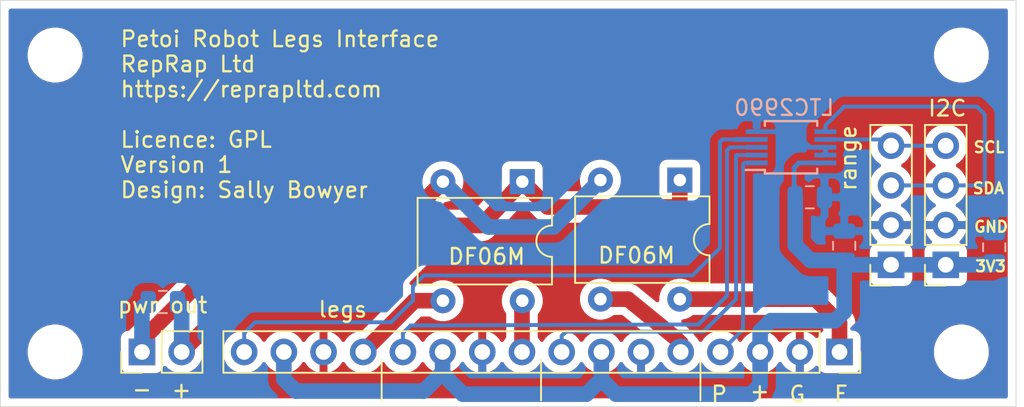
<source format=kicad_pcb>
(kicad_pcb (version 20171130) (host pcbnew 5.1.5+dfsg1-2build2)

  (general
    (thickness 1.6)
    (drawings 25)
    (tracks 124)
    (zones 0)
    (modules 15)
    (nets 15)
  )

  (page A4)
  (layers
    (0 F.Cu signal)
    (31 B.Cu signal)
    (32 B.Adhes user)
    (33 F.Adhes user)
    (34 B.Paste user)
    (35 F.Paste user)
    (36 B.SilkS user)
    (37 F.SilkS user)
    (38 B.Mask user)
    (39 F.Mask user)
    (40 Dwgs.User user)
    (41 Cmts.User user)
    (42 Eco1.User user)
    (43 Eco2.User user)
    (44 Edge.Cuts user)
    (45 Margin user)
    (46 B.CrtYd user)
    (47 F.CrtYd user)
    (48 B.Fab user hide)
    (49 F.Fab user hide)
  )

  (setup
    (last_trace_width 1)
    (user_trace_width 0.3)
    (user_trace_width 0.4)
    (user_trace_width 1)
    (trace_clearance 0.2)
    (zone_clearance 0.508)
    (zone_45_only no)
    (trace_min 0.2)
    (via_size 0.8)
    (via_drill 0.4)
    (via_min_size 0.4)
    (via_min_drill 0.3)
    (user_via 2 1)
    (uvia_size 0.3)
    (uvia_drill 0.1)
    (uvias_allowed no)
    (uvia_min_size 0.2)
    (uvia_min_drill 0.1)
    (edge_width 0.05)
    (segment_width 0.2)
    (pcb_text_width 0.3)
    (pcb_text_size 1.5 1.5)
    (mod_edge_width 0.12)
    (mod_text_size 1 1)
    (mod_text_width 0.15)
    (pad_size 1.524 1.524)
    (pad_drill 0.762)
    (pad_to_mask_clearance 0.051)
    (solder_mask_min_width 0.25)
    (aux_axis_origin 0 0)
    (visible_elements FFFFFF7F)
    (pcbplotparams
      (layerselection 0x010e4_ffffffff)
      (usegerberextensions false)
      (usegerberattributes false)
      (usegerberadvancedattributes false)
      (creategerberjobfile false)
      (excludeedgelayer true)
      (linewidth 0.100000)
      (plotframeref false)
      (viasonmask false)
      (mode 1)
      (useauxorigin false)
      (hpglpennumber 1)
      (hpglpenspeed 20)
      (hpglpendiameter 15.000000)
      (psnegative false)
      (psa4output false)
      (plotreference true)
      (plotvalue true)
      (plotinvisibletext false)
      (padsonsilk false)
      (subtractmaskfromsilk false)
      (outputformat 1)
      (mirror false)
      (drillshape 0)
      (scaleselection 1)
      (outputdirectory "GERBER/"))
  )

  (net 0 "")
  (net 1 "Net-(D1-Pad4)")
  (net 2 "Net-(D1-Pad3)")
  (net 3 "Net-(D2-Pad3)")
  (net 4 "Net-(D2-Pad4)")
  (net 5 +3V3)
  (net 6 GND)
  (net 7 "Net-(J1-Pad4)")
  (net 8 "Net-(J1-Pad8)")
  (net 9 "Net-(J1-Pad12)")
  (net 10 "Net-(J1-Pad16)")
  (net 11 SDA)
  (net 12 SCL)
  (net 13 "Net-(C4-Pad1)")
  (net 14 "Net-(C4-Pad2)")

  (net_class Default "This is the default net class."
    (clearance 0.2)
    (trace_width 0.25)
    (via_dia 0.8)
    (via_drill 0.4)
    (uvia_dia 0.3)
    (uvia_drill 0.1)
    (add_net +3V3)
    (add_net GND)
    (add_net "Net-(C4-Pad1)")
    (add_net "Net-(C4-Pad2)")
    (add_net "Net-(D1-Pad3)")
    (add_net "Net-(D1-Pad4)")
    (add_net "Net-(D2-Pad3)")
    (add_net "Net-(D2-Pad4)")
    (add_net "Net-(J1-Pad12)")
    (add_net "Net-(J1-Pad16)")
    (add_net "Net-(J1-Pad4)")
    (add_net "Net-(J1-Pad8)")
    (add_net SCL)
    (add_net SDA)
  )

  (module Diode_THT:Diode_Bridge_DIP-4_W7.62mm_P5.08mm (layer F.Cu) (tedit 5A142105) (tstamp 620CDA1E)
    (at 56.48 181.5 270)
    (descr "4-lead dip package for diode bridges, row spacing 7.62 mm (300 mils), see http://cdn-reichelt.de/documents/datenblatt/A400/HDBL101G_20SERIES-TSC.pdf")
    (tags "DIL DIP PDIP 5.08mm 7.62mm 300mil")
    (path /620CD66E)
    (fp_text reference "" (at 3.8 -2.7 90) (layer F.SilkS)
      (effects (font (size 1 1) (thickness 0.15)))
    )
    (fp_text value DF06M (at -2 2.78 180) (layer F.Fab)
      (effects (font (size 1 1) (thickness 0.15)))
    )
    (fp_line (start 8.67 6.85) (end -1.05 6.85) (layer F.CrtYd) (width 0.05))
    (fp_line (start 8.67 6.85) (end 8.67 -2.05) (layer F.CrtYd) (width 0.05))
    (fp_line (start -1.05 -2.05) (end -1.05 6.85) (layer F.CrtYd) (width 0.05))
    (fp_line (start -1.05 -2.05) (end 8.67 -2.05) (layer F.CrtYd) (width 0.05))
    (fp_line (start 1.635 -1.8) (end 6.985 -1.8) (layer F.Fab) (width 0.1))
    (fp_line (start 6.985 -1.8) (end 6.985 6.6) (layer F.Fab) (width 0.1))
    (fp_line (start 6.985 6.6) (end 0.635 6.6) (layer F.Fab) (width 0.1))
    (fp_line (start 0.635 6.6) (end 0.635 -0.8) (layer F.Fab) (width 0.1))
    (fp_line (start 0.635 -0.8) (end 1.635 -1.8) (layer F.Fab) (width 0.1))
    (fp_line (start 2.81 -1.9) (end 1.04 -1.9) (layer F.SilkS) (width 0.12))
    (fp_line (start 1.04 -1.9) (end 1.04 6.7) (layer F.SilkS) (width 0.12))
    (fp_line (start 1.04 6.7) (end 6.58 6.7) (layer F.SilkS) (width 0.12))
    (fp_line (start 6.58 6.7) (end 6.58 -1.9) (layer F.SilkS) (width 0.12))
    (fp_line (start 6.58 -1.9) (end 4.81 -1.9) (layer F.SilkS) (width 0.12))
    (fp_text user %R (at 3.81 2.54 90) (layer F.Fab)
      (effects (font (size 1 1) (thickness 0.15)))
    )
    (fp_arc (start 3.81 -1.9) (end 2.81 -1.9) (angle -180) (layer F.SilkS) (width 0.12))
    (pad 4 thru_hole oval (at 7.62 0 270) (size 1.6 1.6) (drill 0.8) (layers *.Cu *.Mask)
      (net 1 "Net-(D1-Pad4)"))
    (pad 2 thru_hole oval (at 0 5.08 270) (size 1.6 1.6) (drill 0.8) (layers *.Cu *.Mask)
      (net 13 "Net-(C4-Pad1)"))
    (pad 3 thru_hole oval (at 7.62 5.08 270) (size 1.6 1.6) (drill 0.8) (layers *.Cu *.Mask)
      (net 2 "Net-(D1-Pad3)"))
    (pad 1 thru_hole rect (at 0 0 270) (size 1.6 1.6) (drill 0.8) (layers *.Cu *.Mask)
      (net 14 "Net-(C4-Pad2)"))
    (model ${KISYS3DMOD}/Diode_THT.3dshapes/Diode_Bridge_DIP-4_W7.62mm_P5.08mm.wrl
      (at (xyz 0 0 0))
      (scale (xyz 1 1 1))
      (rotate (xyz 0 0 0))
    )
  )

  (module Diode_THT:Diode_Bridge_DIP-4_W7.62mm_P5.08mm (layer F.Cu) (tedit 5A142105) (tstamp 62728E51)
    (at 46.4 181.6 270)
    (descr "4-lead dip package for diode bridges, row spacing 7.62 mm (300 mils), see http://cdn-reichelt.de/documents/datenblatt/A400/HDBL101G_20SERIES-TSC.pdf")
    (tags "DIL DIP PDIP 5.08mm 7.62mm 300mil")
    (path /620CDFE9)
    (fp_text reference "" (at 3.8 -2.7 90) (layer F.SilkS)
      (effects (font (size 1 1) (thickness 0.15)))
    )
    (fp_text value DF06M (at -1.8 2.1 180) (layer F.Fab)
      (effects (font (size 1 1) (thickness 0.15)))
    )
    (fp_line (start 6.58 -1.9) (end 4.81 -1.9) (layer F.SilkS) (width 0.12))
    (fp_line (start 6.58 6.7) (end 6.58 -1.9) (layer F.SilkS) (width 0.12))
    (fp_line (start 1.04 6.7) (end 6.58 6.7) (layer F.SilkS) (width 0.12))
    (fp_line (start 1.04 -1.9) (end 1.04 6.7) (layer F.SilkS) (width 0.12))
    (fp_line (start 2.81 -1.9) (end 1.04 -1.9) (layer F.SilkS) (width 0.12))
    (fp_line (start 0.635 -0.8) (end 1.635 -1.8) (layer F.Fab) (width 0.1))
    (fp_line (start 0.635 6.6) (end 0.635 -0.8) (layer F.Fab) (width 0.1))
    (fp_line (start 6.985 6.6) (end 0.635 6.6) (layer F.Fab) (width 0.1))
    (fp_line (start 6.985 -1.8) (end 6.985 6.6) (layer F.Fab) (width 0.1))
    (fp_line (start 1.635 -1.8) (end 6.985 -1.8) (layer F.Fab) (width 0.1))
    (fp_line (start -1.05 -2.05) (end 8.67 -2.05) (layer F.CrtYd) (width 0.05))
    (fp_line (start -1.05 -2.05) (end -1.05 6.85) (layer F.CrtYd) (width 0.05))
    (fp_line (start 8.67 6.85) (end 8.67 -2.05) (layer F.CrtYd) (width 0.05))
    (fp_line (start 8.67 6.85) (end -1.05 6.85) (layer F.CrtYd) (width 0.05))
    (fp_arc (start 3.81 -1.9) (end 2.81 -1.9) (angle -180) (layer F.SilkS) (width 0.12))
    (fp_text user %R (at 3.81 2.54 90) (layer F.Fab)
      (effects (font (size 1 1) (thickness 0.15)))
    )
    (pad 1 thru_hole rect (at 0 0 270) (size 1.6 1.6) (drill 0.8) (layers *.Cu *.Mask)
      (net 14 "Net-(C4-Pad2)"))
    (pad 3 thru_hole oval (at 7.62 5.08 270) (size 1.6 1.6) (drill 0.8) (layers *.Cu *.Mask)
      (net 3 "Net-(D2-Pad3)"))
    (pad 2 thru_hole oval (at 0 5.08 270) (size 1.6 1.6) (drill 0.8) (layers *.Cu *.Mask)
      (net 13 "Net-(C4-Pad1)"))
    (pad 4 thru_hole oval (at 7.62 0 270) (size 1.6 1.6) (drill 0.8) (layers *.Cu *.Mask)
      (net 4 "Net-(D2-Pad4)"))
    (model ${KISYS3DMOD}/Diode_THT.3dshapes/Diode_Bridge_DIP-4_W7.62mm_P5.08mm.wrl
      (at (xyz 0 0 0))
      (scale (xyz 1 1 1))
      (rotate (xyz 0 0 0))
    )
  )

  (module Connector_PinHeader_2.54mm:PinHeader_1x02_P2.54mm_Vertical (layer F.Cu) (tedit 59FED5CC) (tstamp 62728E94)
    (at 22.06 192.5 90)
    (descr "Through hole straight pin header, 1x02, 2.54mm pitch, single row")
    (tags "Through hole pin header THT 1x02 2.54mm single row")
    (path /620D1337)
    (fp_text reference "" (at 0 -2.33 90) (layer F.SilkS)
      (effects (font (size 1 1) (thickness 0.15)))
    )
    (fp_text value "" (at 2.8 1.24 180) (layer F.Fab)
      (effects (font (size 1 1) (thickness 0.15)))
    )
    (fp_line (start 1.8 -1.8) (end -1.8 -1.8) (layer F.CrtYd) (width 0.05))
    (fp_line (start 1.8 4.35) (end 1.8 -1.8) (layer F.CrtYd) (width 0.05))
    (fp_line (start -1.8 4.35) (end 1.8 4.35) (layer F.CrtYd) (width 0.05))
    (fp_line (start -1.8 -1.8) (end -1.8 4.35) (layer F.CrtYd) (width 0.05))
    (fp_line (start -1.33 -1.33) (end 0 -1.33) (layer F.SilkS) (width 0.12))
    (fp_line (start -1.33 0) (end -1.33 -1.33) (layer F.SilkS) (width 0.12))
    (fp_line (start -1.33 1.27) (end 1.33 1.27) (layer F.SilkS) (width 0.12))
    (fp_line (start 1.33 1.27) (end 1.33 3.87) (layer F.SilkS) (width 0.12))
    (fp_line (start -1.33 1.27) (end -1.33 3.87) (layer F.SilkS) (width 0.12))
    (fp_line (start -1.33 3.87) (end 1.33 3.87) (layer F.SilkS) (width 0.12))
    (fp_line (start -1.27 -0.635) (end -0.635 -1.27) (layer F.Fab) (width 0.1))
    (fp_line (start -1.27 3.81) (end -1.27 -0.635) (layer F.Fab) (width 0.1))
    (fp_line (start 1.27 3.81) (end -1.27 3.81) (layer F.Fab) (width 0.1))
    (fp_line (start 1.27 -1.27) (end 1.27 3.81) (layer F.Fab) (width 0.1))
    (fp_line (start -0.635 -1.27) (end 1.27 -1.27) (layer F.Fab) (width 0.1))
    (fp_text user %R (at 1 0) (layer F.Fab)
      (effects (font (size 1 1) (thickness 0.15)))
    )
    (pad 1 thru_hole rect (at 0 0 90) (size 1.7 1.7) (drill 1) (layers *.Cu *.Mask)
      (net 13 "Net-(C4-Pad1)"))
    (pad 2 thru_hole oval (at 0 2.54 90) (size 1.7 1.7) (drill 1) (layers *.Cu *.Mask)
      (net 14 "Net-(C4-Pad2)"))
    (model ${KISYS3DMOD}/Connector_PinHeader_2.54mm.3dshapes/PinHeader_1x02_P2.54mm_Vertical.wrl
      (at (xyz 0 0 0))
      (scale (xyz 1 1 1))
      (rotate (xyz 0 0 0))
    )
  )

  (module MountingHole:MountingHole_2.5mm (layer F.Cu) (tedit 56D1B4CB) (tstamp 620CD7B2)
    (at 16.5 173.5 270)
    (descr "Mounting Hole 2.5mm, no annular")
    (tags "mounting hole 2.5mm no annular")
    (path /620CDEDB)
    (attr virtual)
    (fp_text reference "" (at 0 -3.5 90) (layer F.SilkS)
      (effects (font (size 1 1) (thickness 0.15)))
    )
    (fp_text value "" (at 0 3.5 90) (layer F.Fab)
      (effects (font (size 1 1) (thickness 0.15)))
    )
    (fp_circle (center 0 0) (end 2.75 0) (layer F.CrtYd) (width 0.05))
    (fp_circle (center 0 0) (end 2.5 0) (layer Cmts.User) (width 0.15))
    (fp_text user %R (at 0.3 0 90) (layer F.Fab)
      (effects (font (size 1 1) (thickness 0.15)))
    )
    (pad 1 np_thru_hole circle (at 0 0 270) (size 2.5 2.5) (drill 2.5) (layers *.Cu *.Mask))
  )

  (module MountingHole:MountingHole_2.5mm (layer F.Cu) (tedit 56D1B4CB) (tstamp 620CD7BA)
    (at 74.5 173.5 270)
    (descr "Mounting Hole 2.5mm, no annular")
    (tags "mounting hole 2.5mm no annular")
    (path /620CE4D0)
    (attr virtual)
    (fp_text reference "" (at 0 -3.5 90) (layer F.SilkS)
      (effects (font (size 1 1) (thickness 0.15)))
    )
    (fp_text value "" (at 0 3.5 90) (layer F.Fab)
      (effects (font (size 1 1) (thickness 0.15)))
    )
    (fp_circle (center 0 0) (end 2.5 0) (layer Cmts.User) (width 0.15))
    (fp_circle (center 0 0) (end 2.75 0) (layer F.CrtYd) (width 0.05))
    (fp_text user h (at 0 -1 90) (layer F.Fab)
      (effects (font (size 1 1) (thickness 0.15)))
    )
    (pad 1 np_thru_hole circle (at 0 0 270) (size 2.5 2.5) (drill 2.5) (layers *.Cu *.Mask))
  )

  (module Capacitor_SMD:C_0805_2012Metric (layer B.Cu) (tedit 5B36C52B) (tstamp 62712637)
    (at 67 185.7 90)
    (descr "Capacitor SMD 0805 (2012 Metric), square (rectangular) end terminal, IPC_7351 nominal, (Body size source: https://docs.google.com/spreadsheets/d/1BsfQQcO9C6DZCsRaXUlFlo91Tg2WpOkGARC1WS5S8t0/edit?usp=sharing), generated with kicad-footprint-generator")
    (tags capacitor)
    (path /62738D80)
    (attr smd)
    (fp_text reference "" (at 0 1.65 90) (layer B.SilkS)
      (effects (font (size 1 1) (thickness 0.15)) (justify mirror))
    )
    (fp_text value 0.1u (at 0 -1.65 90) (layer B.Fab)
      (effects (font (size 1 1) (thickness 0.15)) (justify mirror))
    )
    (fp_line (start -1 -0.6) (end -1 0.6) (layer B.Fab) (width 0.1))
    (fp_line (start -1 0.6) (end 1 0.6) (layer B.Fab) (width 0.1))
    (fp_line (start 1 0.6) (end 1 -0.6) (layer B.Fab) (width 0.1))
    (fp_line (start 1 -0.6) (end -1 -0.6) (layer B.Fab) (width 0.1))
    (fp_line (start -0.258578 0.71) (end 0.258578 0.71) (layer B.SilkS) (width 0.12))
    (fp_line (start -0.258578 -0.71) (end 0.258578 -0.71) (layer B.SilkS) (width 0.12))
    (fp_line (start -1.68 -0.95) (end -1.68 0.95) (layer B.CrtYd) (width 0.05))
    (fp_line (start -1.68 0.95) (end 1.68 0.95) (layer B.CrtYd) (width 0.05))
    (fp_line (start 1.68 0.95) (end 1.68 -0.95) (layer B.CrtYd) (width 0.05))
    (fp_line (start 1.68 -0.95) (end -1.68 -0.95) (layer B.CrtYd) (width 0.05))
    (fp_text user %R (at 0 0 90) (layer B.Fab)
      (effects (font (size 0.5 0.5) (thickness 0.08)) (justify mirror))
    )
    (pad 1 smd roundrect (at -0.9375 0 90) (size 0.975 1.4) (layers B.Cu B.Paste B.Mask) (roundrect_rratio 0.25)
      (net 5 +3V3))
    (pad 2 smd roundrect (at 0.9375 0 90) (size 0.975 1.4) (layers B.Cu B.Paste B.Mask) (roundrect_rratio 0.25)
      (net 6 GND))
    (model ${KISYS3DMOD}/Capacitor_SMD.3dshapes/C_0805_2012Metric.wrl
      (at (xyz 0 0 0))
      (scale (xyz 1 1 1))
      (rotate (xyz 0 0 0))
    )
  )

  (module Capacitor_SMD:C_0805_2012Metric (layer B.Cu) (tedit 5B36C52B) (tstamp 62712648)
    (at 76.6 185.8 90)
    (descr "Capacitor SMD 0805 (2012 Metric), square (rectangular) end terminal, IPC_7351 nominal, (Body size source: https://docs.google.com/spreadsheets/d/1BsfQQcO9C6DZCsRaXUlFlo91Tg2WpOkGARC1WS5S8t0/edit?usp=sharing), generated with kicad-footprint-generator")
    (tags capacitor)
    (path /62789089)
    (attr smd)
    (fp_text reference "" (at 0 1.65 90) (layer B.SilkS)
      (effects (font (size 1 1) (thickness 0.15)) (justify mirror))
    )
    (fp_text value 0.1u (at 3.4 -0.2 90) (layer B.Fab)
      (effects (font (size 1 1) (thickness 0.15)) (justify mirror))
    )
    (fp_text user %R (at 0 0 90) (layer B.Fab)
      (effects (font (size 0.5 0.5) (thickness 0.08)) (justify mirror))
    )
    (fp_line (start -1 -0.6) (end -1 0.6) (layer B.Fab) (width 0.1))
    (fp_line (start -1 0.6) (end 1 0.6) (layer B.Fab) (width 0.1))
    (fp_line (start 1 0.6) (end 1 -0.6) (layer B.Fab) (width 0.1))
    (fp_line (start 1 -0.6) (end -1 -0.6) (layer B.Fab) (width 0.1))
    (fp_line (start -0.258578 0.71) (end 0.258578 0.71) (layer B.SilkS) (width 0.12))
    (fp_line (start -0.258578 -0.71) (end 0.258578 -0.71) (layer B.SilkS) (width 0.12))
    (fp_line (start -1.68 -0.95) (end -1.68 0.95) (layer B.CrtYd) (width 0.05))
    (fp_line (start -1.68 0.95) (end 1.68 0.95) (layer B.CrtYd) (width 0.05))
    (fp_line (start 1.68 0.95) (end 1.68 -0.95) (layer B.CrtYd) (width 0.05))
    (fp_line (start 1.68 -0.95) (end -1.68 -0.95) (layer B.CrtYd) (width 0.05))
    (pad 1 smd roundrect (at -0.9375 0 90) (size 0.975 1.4) (layers B.Cu B.Paste B.Mask) (roundrect_rratio 0.25)
      (net 5 +3V3))
    (pad 2 smd roundrect (at 0.9375 0 90) (size 0.975 1.4) (layers B.Cu B.Paste B.Mask) (roundrect_rratio 0.25)
      (net 6 GND))
    (model ${KISYS3DMOD}/Capacitor_SMD.3dshapes/C_0805_2012Metric.wrl
      (at (xyz 0 0 0))
      (scale (xyz 1 1 1))
      (rotate (xyz 0 0 0))
    )
  )

  (module Capacitor_SMD:C_0805_2012Metric (layer B.Cu) (tedit 5B36C52B) (tstamp 627B9B16)
    (at 64.8 182.6)
    (descr "Capacitor SMD 0805 (2012 Metric), square (rectangular) end terminal, IPC_7351 nominal, (Body size source: https://docs.google.com/spreadsheets/d/1BsfQQcO9C6DZCsRaXUlFlo91Tg2WpOkGARC1WS5S8t0/edit?usp=sharing), generated with kicad-footprint-generator")
    (tags capacitor)
    (path /627930F2)
    (attr smd)
    (fp_text reference "" (at 0 1.65) (layer B.SilkS)
      (effects (font (size 1 1) (thickness 0.15)) (justify mirror))
    )
    (fp_text value 0.1u (at -0.1 1.8) (layer B.Fab)
      (effects (font (size 1 1) (thickness 0.15)) (justify mirror))
    )
    (fp_line (start -1 -0.6) (end -1 0.6) (layer B.Fab) (width 0.1))
    (fp_line (start -1 0.6) (end 1 0.6) (layer B.Fab) (width 0.1))
    (fp_line (start 1 0.6) (end 1 -0.6) (layer B.Fab) (width 0.1))
    (fp_line (start 1 -0.6) (end -1 -0.6) (layer B.Fab) (width 0.1))
    (fp_line (start -0.258578 0.71) (end 0.258578 0.71) (layer B.SilkS) (width 0.12))
    (fp_line (start -0.258578 -0.71) (end 0.258578 -0.71) (layer B.SilkS) (width 0.12))
    (fp_line (start -1.68 -0.95) (end -1.68 0.95) (layer B.CrtYd) (width 0.05))
    (fp_line (start -1.68 0.95) (end 1.68 0.95) (layer B.CrtYd) (width 0.05))
    (fp_line (start 1.68 0.95) (end 1.68 -0.95) (layer B.CrtYd) (width 0.05))
    (fp_line (start 1.68 -0.95) (end -1.68 -0.95) (layer B.CrtYd) (width 0.05))
    (fp_text user %R (at 0 0) (layer B.Fab)
      (effects (font (size 0.5 0.5) (thickness 0.08)) (justify mirror))
    )
    (pad 1 smd roundrect (at -0.9375 0) (size 0.975 1.4) (layers B.Cu B.Paste B.Mask) (roundrect_rratio 0.25)
      (net 5 +3V3))
    (pad 2 smd roundrect (at 0.9375 0) (size 0.975 1.4) (layers B.Cu B.Paste B.Mask) (roundrect_rratio 0.25)
      (net 6 GND))
    (model ${KISYS3DMOD}/Capacitor_SMD.3dshapes/C_0805_2012Metric.wrl
      (at (xyz 0 0 0))
      (scale (xyz 1 1 1))
      (rotate (xyz 0 0 0))
    )
  )

  (module MountingHole:MountingHole_2.5mm (layer F.Cu) (tedit 56D1B4CB) (tstamp 62712661)
    (at 74.5 192.5 270)
    (descr "Mounting Hole 2.5mm, no annular")
    (tags "mounting hole 2.5mm no annular")
    (path /62719672)
    (attr virtual)
    (fp_text reference "" (at 0 -3.5 90) (layer F.SilkS)
      (effects (font (size 1 1) (thickness 0.15)))
    )
    (fp_text value "" (at 0 3.5 90) (layer F.Fab)
      (effects (font (size 1 1) (thickness 0.15)))
    )
    (fp_circle (center 0 0) (end 2.5 0) (layer Cmts.User) (width 0.15))
    (fp_circle (center 0 0) (end 2.75 0) (layer F.CrtYd) (width 0.05))
    (fp_text user %R (at 0.3 0 90) (layer F.Fab)
      (effects (font (size 1 1) (thickness 0.15)))
    )
    (pad 1 np_thru_hole circle (at 0 0 270) (size 2.5 2.5) (drill 2.5) (layers *.Cu *.Mask))
  )

  (module MountingHole:MountingHole_2.5mm (layer F.Cu) (tedit 56D1B4CB) (tstamp 627134B0)
    (at 16.5 192.5 270)
    (descr "Mounting Hole 2.5mm, no annular")
    (tags "mounting hole 2.5mm no annular")
    (path /62719678)
    (attr virtual)
    (fp_text reference "" (at 0 -3.5 90) (layer F.SilkS)
      (effects (font (size 1 1) (thickness 0.15)))
    )
    (fp_text value "" (at 0 3.5 90) (layer F.Fab)
      (effects (font (size 1 1) (thickness 0.15)))
    )
    (fp_circle (center 0 0) (end 2.75 0) (layer F.CrtYd) (width 0.05))
    (fp_circle (center 0 0) (end 2.5 0) (layer Cmts.User) (width 0.15))
    (fp_text user %R (at 0.3 0 90) (layer F.Fab)
      (effects (font (size 1 1) (thickness 0.15)))
    )
    (pad 1 np_thru_hole circle (at 0 0 270) (size 2.5 2.5) (drill 2.5) (layers *.Cu *.Mask))
  )

  (module Connector_PinSocket_2.54mm:PinSocket_1x16_P2.54mm_Vertical (layer F.Cu) (tedit 5A19A41E) (tstamp 6271268D)
    (at 66.7 192.5 270)
    (descr "Through hole straight socket strip, 1x16, 2.54mm pitch, single row (from Kicad 4.0.7), script generated")
    (tags "Through hole socket strip THT 1x16 2.54mm single row")
    (path /6271E313)
    (fp_text reference "" (at 0 -2.77 90) (layer F.SilkS)
      (effects (font (size 1 1) (thickness 0.15)))
    )
    (fp_text value "" (at -2.7 31.7 180) (layer F.Fab)
      (effects (font (size 1 1) (thickness 0.15)))
    )
    (fp_line (start -1.27 -1.27) (end 0.635 -1.27) (layer F.Fab) (width 0.1))
    (fp_line (start 0.635 -1.27) (end 1.27 -0.635) (layer F.Fab) (width 0.1))
    (fp_line (start 1.27 -0.635) (end 1.27 39.37) (layer F.Fab) (width 0.1))
    (fp_line (start 1.27 39.37) (end -1.27 39.37) (layer F.Fab) (width 0.1))
    (fp_line (start -1.27 39.37) (end -1.27 -1.27) (layer F.Fab) (width 0.1))
    (fp_line (start -1.33 1.27) (end 1.33 1.27) (layer F.SilkS) (width 0.12))
    (fp_line (start -1.33 1.27) (end -1.33 39.43) (layer F.SilkS) (width 0.12))
    (fp_line (start -1.33 39.43) (end 1.33 39.43) (layer F.SilkS) (width 0.12))
    (fp_line (start 1.33 1.27) (end 1.33 39.43) (layer F.SilkS) (width 0.12))
    (fp_line (start 1.33 -1.33) (end 1.33 0) (layer F.SilkS) (width 0.12))
    (fp_line (start 0 -1.33) (end 1.33 -1.33) (layer F.SilkS) (width 0.12))
    (fp_line (start -1.8 -1.8) (end 1.75 -1.8) (layer F.CrtYd) (width 0.05))
    (fp_line (start 1.75 -1.8) (end 1.75 39.9) (layer F.CrtYd) (width 0.05))
    (fp_line (start 1.75 39.9) (end -1.8 39.9) (layer F.CrtYd) (width 0.05))
    (fp_line (start -1.8 39.9) (end -1.8 -1.8) (layer F.CrtYd) (width 0.05))
    (fp_text user %R (at 0 19.05) (layer F.Fab)
      (effects (font (size 1 1) (thickness 0.15)))
    )
    (pad 1 thru_hole rect (at 0 0 270) (size 1.7 1.7) (drill 1) (layers *.Cu *.Mask)
      (net 1 "Net-(D1-Pad4)"))
    (pad 2 thru_hole oval (at 0 2.54 270) (size 1.7 1.7) (drill 1) (layers *.Cu *.Mask)
      (net 6 GND))
    (pad 3 thru_hole oval (at 0 5.08 270) (size 1.7 1.7) (drill 1) (layers *.Cu *.Mask)
      (net 5 +3V3))
    (pad 4 thru_hole oval (at 0 7.62 270) (size 1.7 1.7) (drill 1) (layers *.Cu *.Mask)
      (net 7 "Net-(J1-Pad4)"))
    (pad 5 thru_hole oval (at 0 10.16 270) (size 1.7 1.7) (drill 1) (layers *.Cu *.Mask)
      (net 2 "Net-(D1-Pad3)"))
    (pad 6 thru_hole oval (at 0 12.7 270) (size 1.7 1.7) (drill 1) (layers *.Cu *.Mask)
      (net 6 GND))
    (pad 7 thru_hole oval (at 0 15.24 270) (size 1.7 1.7) (drill 1) (layers *.Cu *.Mask)
      (net 5 +3V3))
    (pad 8 thru_hole oval (at 0 17.78 270) (size 1.7 1.7) (drill 1) (layers *.Cu *.Mask)
      (net 8 "Net-(J1-Pad8)"))
    (pad 9 thru_hole oval (at 0 20.32 270) (size 1.7 1.7) (drill 1) (layers *.Cu *.Mask)
      (net 4 "Net-(D2-Pad4)"))
    (pad 10 thru_hole oval (at 0 22.86 270) (size 1.7 1.7) (drill 1) (layers *.Cu *.Mask)
      (net 6 GND))
    (pad 11 thru_hole oval (at 0 25.4 270) (size 1.7 1.7) (drill 1) (layers *.Cu *.Mask)
      (net 5 +3V3))
    (pad 12 thru_hole oval (at 0 27.94 270) (size 1.7 1.7) (drill 1) (layers *.Cu *.Mask)
      (net 9 "Net-(J1-Pad12)"))
    (pad 13 thru_hole oval (at 0 30.48 270) (size 1.7 1.7) (drill 1) (layers *.Cu *.Mask)
      (net 3 "Net-(D2-Pad3)"))
    (pad 14 thru_hole oval (at 0 33.02 270) (size 1.7 1.7) (drill 1) (layers *.Cu *.Mask)
      (net 6 GND))
    (pad 15 thru_hole oval (at 0 35.56 270) (size 1.7 1.7) (drill 1) (layers *.Cu *.Mask)
      (net 5 +3V3))
    (pad 16 thru_hole oval (at 0 38.1 270) (size 1.7 1.7) (drill 1) (layers *.Cu *.Mask)
      (net 10 "Net-(J1-Pad16)"))
    (model ${KISYS3DMOD}/Connector_PinSocket_2.54mm.3dshapes/PinSocket_1x16_P2.54mm_Vertical.wrl
      (at (xyz 0 0 0))
      (scale (xyz 1 1 1))
      (rotate (xyz 0 0 0))
    )
  )

  (module Connector_PinSocket_2.54mm:PinSocket_1x04_P2.54mm_Vertical (layer F.Cu) (tedit 5A19A429) (tstamp 627126A5)
    (at 73.5 186.92 180)
    (descr "Through hole straight socket strip, 1x04, 2.54mm pitch, single row (from Kicad 4.0.7), script generated")
    (tags "Through hole socket strip THT 1x04 2.54mm single row")
    (path /62758C47)
    (fp_text reference "" (at 0 -2.77) (layer F.SilkS)
      (effects (font (size 1 1) (thickness 0.15)))
    )
    (fp_text value I2C (at -2.7 8.12 90) (layer F.Fab)
      (effects (font (size 1 1) (thickness 0.15)))
    )
    (fp_line (start -1.27 -1.27) (end 0.635 -1.27) (layer F.Fab) (width 0.1))
    (fp_line (start 0.635 -1.27) (end 1.27 -0.635) (layer F.Fab) (width 0.1))
    (fp_line (start 1.27 -0.635) (end 1.27 8.89) (layer F.Fab) (width 0.1))
    (fp_line (start 1.27 8.89) (end -1.27 8.89) (layer F.Fab) (width 0.1))
    (fp_line (start -1.27 8.89) (end -1.27 -1.27) (layer F.Fab) (width 0.1))
    (fp_line (start -1.33 1.27) (end 1.33 1.27) (layer F.SilkS) (width 0.12))
    (fp_line (start -1.33 1.27) (end -1.33 8.95) (layer F.SilkS) (width 0.12))
    (fp_line (start -1.33 8.95) (end 1.33 8.95) (layer F.SilkS) (width 0.12))
    (fp_line (start 1.33 1.27) (end 1.33 8.95) (layer F.SilkS) (width 0.12))
    (fp_line (start 1.33 -1.33) (end 1.33 0) (layer F.SilkS) (width 0.12))
    (fp_line (start 0 -1.33) (end 1.33 -1.33) (layer F.SilkS) (width 0.12))
    (fp_line (start -1.8 -1.8) (end 1.75 -1.8) (layer F.CrtYd) (width 0.05))
    (fp_line (start 1.75 -1.8) (end 1.75 9.4) (layer F.CrtYd) (width 0.05))
    (fp_line (start 1.75 9.4) (end -1.8 9.4) (layer F.CrtYd) (width 0.05))
    (fp_line (start -1.8 9.4) (end -1.8 -1.8) (layer F.CrtYd) (width 0.05))
    (fp_text user %R (at 0 3.81 90) (layer F.Fab)
      (effects (font (size 1 1) (thickness 0.15)))
    )
    (pad 1 thru_hole rect (at 0 0 180) (size 1.7 1.7) (drill 1) (layers *.Cu *.Mask)
      (net 5 +3V3))
    (pad 2 thru_hole oval (at 0 2.54 180) (size 1.7 1.7) (drill 1) (layers *.Cu *.Mask)
      (net 6 GND))
    (pad 3 thru_hole oval (at 0 5.08 180) (size 1.7 1.7) (drill 1) (layers *.Cu *.Mask)
      (net 11 SDA))
    (pad 4 thru_hole oval (at 0 7.62 180) (size 1.7 1.7) (drill 1) (layers *.Cu *.Mask)
      (net 12 SCL))
    (model ${KISYS3DMOD}/Connector_PinSocket_2.54mm.3dshapes/PinSocket_1x04_P2.54mm_Vertical.wrl
      (at (xyz 0 0 0))
      (scale (xyz 1 1 1))
      (rotate (xyz 0 0 0))
    )
  )

  (module Connector_PinSocket_2.54mm:PinSocket_1x04_P2.54mm_Vertical (layer F.Cu) (tedit 5A19A429) (tstamp 627126BD)
    (at 70 186.92 180)
    (descr "Through hole straight socket strip, 1x04, 2.54mm pitch, single row (from Kicad 4.0.7), script generated")
    (tags "Through hole socket strip THT 1x04 2.54mm single row")
    (path /627930E0)
    (fp_text reference "" (at 0 -2.77) (layer F.SilkS)
      (effects (font (size 1 1) (thickness 0.15)))
    )
    (fp_text value range (at 2.8 7.12 90) (layer F.Fab)
      (effects (font (size 1 1) (thickness 0.15)))
    )
    (fp_line (start -1.8 9.4) (end -1.8 -1.8) (layer F.CrtYd) (width 0.05))
    (fp_line (start 1.75 9.4) (end -1.8 9.4) (layer F.CrtYd) (width 0.05))
    (fp_line (start 1.75 -1.8) (end 1.75 9.4) (layer F.CrtYd) (width 0.05))
    (fp_line (start -1.8 -1.8) (end 1.75 -1.8) (layer F.CrtYd) (width 0.05))
    (fp_line (start 0 -1.33) (end 1.33 -1.33) (layer F.SilkS) (width 0.12))
    (fp_line (start 1.33 -1.33) (end 1.33 0) (layer F.SilkS) (width 0.12))
    (fp_line (start 1.33 1.27) (end 1.33 8.95) (layer F.SilkS) (width 0.12))
    (fp_line (start -1.33 8.95) (end 1.33 8.95) (layer F.SilkS) (width 0.12))
    (fp_line (start -1.33 1.27) (end -1.33 8.95) (layer F.SilkS) (width 0.12))
    (fp_line (start -1.33 1.27) (end 1.33 1.27) (layer F.SilkS) (width 0.12))
    (fp_line (start -1.27 8.89) (end -1.27 -1.27) (layer F.Fab) (width 0.1))
    (fp_line (start 1.27 8.89) (end -1.27 8.89) (layer F.Fab) (width 0.1))
    (fp_line (start 1.27 -0.635) (end 1.27 8.89) (layer F.Fab) (width 0.1))
    (fp_line (start 0.635 -1.27) (end 1.27 -0.635) (layer F.Fab) (width 0.1))
    (fp_line (start -1.27 -1.27) (end 0.635 -1.27) (layer F.Fab) (width 0.1))
    (fp_text user %R (at 0 3.81 90) (layer F.Fab)
      (effects (font (size 1 1) (thickness 0.15)))
    )
    (pad 4 thru_hole oval (at 0 7.62 180) (size 1.7 1.7) (drill 1) (layers *.Cu *.Mask)
      (net 12 SCL))
    (pad 3 thru_hole oval (at 0 5.08 180) (size 1.7 1.7) (drill 1) (layers *.Cu *.Mask)
      (net 11 SDA))
    (pad 2 thru_hole oval (at 0 2.54 180) (size 1.7 1.7) (drill 1) (layers *.Cu *.Mask)
      (net 6 GND))
    (pad 1 thru_hole rect (at 0 0 180) (size 1.7 1.7) (drill 1) (layers *.Cu *.Mask)
      (net 5 +3V3))
    (model ${KISYS3DMOD}/Connector_PinSocket_2.54mm.3dshapes/PinSocket_1x04_P2.54mm_Vertical.wrl
      (at (xyz 0 0 0))
      (scale (xyz 1 1 1))
      (rotate (xyz 0 0 0))
    )
  )

  (module Package_SO:MSOP-10_3x3mm_P0.5mm (layer B.Cu) (tedit 5A02F25C) (tstamp 6271350B)
    (at 63.6 179.4)
    (descr "10-Lead Plastic Micro Small Outline Package (MS) [MSOP] (see Microchip Packaging Specification 00000049BS.pdf)")
    (tags "SSOP 0.5")
    (path /62719CC8)
    (attr smd)
    (fp_text reference "" (at -2.4 2.7) (layer B.SilkS)
      (effects (font (size 1 1) (thickness 0.15)) (justify mirror))
    )
    (fp_text value "" (at 0 -2.6) (layer B.Fab)
      (effects (font (size 1 1) (thickness 0.15)) (justify mirror))
    )
    (fp_line (start -0.5 1.5) (end 1.5 1.5) (layer B.Fab) (width 0.15))
    (fp_line (start 1.5 1.5) (end 1.5 -1.5) (layer B.Fab) (width 0.15))
    (fp_line (start 1.5 -1.5) (end -1.5 -1.5) (layer B.Fab) (width 0.15))
    (fp_line (start -1.5 -1.5) (end -1.5 0.5) (layer B.Fab) (width 0.15))
    (fp_line (start -1.5 0.5) (end -0.5 1.5) (layer B.Fab) (width 0.15))
    (fp_line (start -3.15 1.85) (end -3.15 -1.85) (layer B.CrtYd) (width 0.05))
    (fp_line (start 3.15 1.85) (end 3.15 -1.85) (layer B.CrtYd) (width 0.05))
    (fp_line (start -3.15 1.85) (end 3.15 1.85) (layer B.CrtYd) (width 0.05))
    (fp_line (start -3.15 -1.85) (end 3.15 -1.85) (layer B.CrtYd) (width 0.05))
    (fp_line (start -1.675 1.675) (end -1.675 1.45) (layer B.SilkS) (width 0.15))
    (fp_line (start 1.675 1.675) (end 1.675 1.375) (layer B.SilkS) (width 0.15))
    (fp_line (start 1.675 -1.675) (end 1.675 -1.375) (layer B.SilkS) (width 0.15))
    (fp_line (start -1.675 -1.675) (end -1.675 -1.375) (layer B.SilkS) (width 0.15))
    (fp_line (start -1.675 1.675) (end 1.675 1.675) (layer B.SilkS) (width 0.15))
    (fp_line (start -1.675 -1.675) (end 1.675 -1.675) (layer B.SilkS) (width 0.15))
    (fp_line (start -1.675 1.45) (end -2.9 1.45) (layer B.SilkS) (width 0.15))
    (fp_text user %R (at 0 0) (layer B.Fab)
      (effects (font (size 0.6 0.6) (thickness 0.15)) (justify mirror))
    )
    (pad 1 smd rect (at -2.2 1) (size 1.4 0.3) (layers B.Cu B.Paste B.Mask)
      (net 7 "Net-(J1-Pad4)"))
    (pad 2 smd rect (at -2.2 0.5) (size 1.4 0.3) (layers B.Cu B.Paste B.Mask)
      (net 8 "Net-(J1-Pad8)"))
    (pad 3 smd rect (at -2.2 0) (size 1.4 0.3) (layers B.Cu B.Paste B.Mask)
      (net 9 "Net-(J1-Pad12)"))
    (pad 4 smd rect (at -2.2 -0.5) (size 1.4 0.3) (layers B.Cu B.Paste B.Mask)
      (net 10 "Net-(J1-Pad16)"))
    (pad 5 smd rect (at -2.2 -1) (size 1.4 0.3) (layers B.Cu B.Paste B.Mask)
      (net 6 GND))
    (pad 6 smd rect (at 2.2 -1) (size 1.4 0.3) (layers B.Cu B.Paste B.Mask)
      (net 11 SDA))
    (pad 7 smd rect (at 2.2 -0.5) (size 1.4 0.3) (layers B.Cu B.Paste B.Mask)
      (net 12 SCL))
    (pad 8 smd rect (at 2.2 0) (size 1.4 0.3) (layers B.Cu B.Paste B.Mask)
      (net 6 GND))
    (pad 9 smd rect (at 2.2 0.5) (size 1.4 0.3) (layers B.Cu B.Paste B.Mask)
      (net 6 GND))
    (pad 10 smd rect (at 2.2 1) (size 1.4 0.3) (layers B.Cu B.Paste B.Mask)
      (net 5 +3V3))
    (model ${KISYS3DMOD}/Package_SO.3dshapes/MSOP-10_3x3mm_P0.5mm.wrl
      (at (xyz 0 0 0))
      (scale (xyz 1 1 1))
      (rotate (xyz 0 0 0))
    )
  )

  (module Capacitor_SMD:C_0805_2012Metric (layer B.Cu) (tedit 5B36C52B) (tstamp 627B9DB0)
    (at 23.4 189.3)
    (descr "Capacitor SMD 0805 (2012 Metric), square (rectangular) end terminal, IPC_7351 nominal, (Body size source: https://docs.google.com/spreadsheets/d/1BsfQQcO9C6DZCsRaXUlFlo91Tg2WpOkGARC1WS5S8t0/edit?usp=sharing), generated with kicad-footprint-generator")
    (tags capacitor)
    (path /627BBE63)
    (attr smd)
    (fp_text reference "" (at 0 1.65) (layer B.SilkS)
      (effects (font (size 1 1) (thickness 0.15)) (justify mirror))
    )
    (fp_text value 1u (at 0 -1.65) (layer B.Fab)
      (effects (font (size 1 1) (thickness 0.15)) (justify mirror))
    )
    (fp_line (start -1 -0.6) (end -1 0.6) (layer B.Fab) (width 0.1))
    (fp_line (start -1 0.6) (end 1 0.6) (layer B.Fab) (width 0.1))
    (fp_line (start 1 0.6) (end 1 -0.6) (layer B.Fab) (width 0.1))
    (fp_line (start 1 -0.6) (end -1 -0.6) (layer B.Fab) (width 0.1))
    (fp_line (start -0.258578 0.71) (end 0.258578 0.71) (layer B.SilkS) (width 0.12))
    (fp_line (start -0.258578 -0.71) (end 0.258578 -0.71) (layer B.SilkS) (width 0.12))
    (fp_line (start -1.68 -0.95) (end -1.68 0.95) (layer B.CrtYd) (width 0.05))
    (fp_line (start -1.68 0.95) (end 1.68 0.95) (layer B.CrtYd) (width 0.05))
    (fp_line (start 1.68 0.95) (end 1.68 -0.95) (layer B.CrtYd) (width 0.05))
    (fp_line (start 1.68 -0.95) (end -1.68 -0.95) (layer B.CrtYd) (width 0.05))
    (fp_text user %R (at 0 0) (layer B.Fab)
      (effects (font (size 0.5 0.5) (thickness 0.08)) (justify mirror))
    )
    (pad 1 smd roundrect (at -0.9375 0) (size 0.975 1.4) (layers B.Cu B.Paste B.Mask) (roundrect_rratio 0.25)
      (net 13 "Net-(C4-Pad1)"))
    (pad 2 smd roundrect (at 0.9375 0) (size 0.975 1.4) (layers B.Cu B.Paste B.Mask) (roundrect_rratio 0.25)
      (net 14 "Net-(C4-Pad2)"))
    (model ${KISYS3DMOD}/Capacitor_SMD.3dshapes/C_0805_2012Metric.wrl
      (at (xyz 0 0 0))
      (scale (xyz 1 1 1))
      (rotate (xyz 0 0 0))
    )
  )

  (gr_text P (at 59 195.2) (layer F.SilkS)
    (effects (font (size 1 1) (thickness 0.15)))
  )
  (gr_text F (at 66.8 195.2) (layer F.SilkS)
    (effects (font (size 1 1) (thickness 0.15)))
  )
  (gr_text G (at 64 195.2) (layer F.SilkS)
    (effects (font (size 1 1) (thickness 0.15)))
  )
  (gr_text + (at 61.6 195) (layer F.SilkS)
    (effects (font (size 1 1) (thickness 0.15)))
  )
  (gr_line (start 37.4 193) (end 37.4 195.6) (layer F.SilkS) (width 0.12))
  (gr_line (start 47.6 193) (end 47.6 195.6) (layer F.SilkS) (width 0.12))
  (gr_line (start 57.8 193) (end 57.8 195.6) (layer F.SilkS) (width 0.12))
  (gr_text + (at 24.59 194.92) (layer F.SilkS)
    (effects (font (size 1 1) (thickness 0.15)))
  )
  (gr_text - (at 22.06 194.88) (layer F.SilkS)
    (effects (font (size 1 1) (thickness 0.15)))
  )
  (gr_text 3V3 (at 76.37 187.02) (layer F.SilkS)
    (effects (font (size 0.7 0.7) (thickness 0.15)))
  )
  (gr_text GND (at 76.4 184.49) (layer F.SilkS)
    (effects (font (size 0.7 0.7) (thickness 0.15)))
  )
  (gr_text SCL (at 76.27 179.4) (layer F.SilkS)
    (effects (font (size 0.7 0.7) (thickness 0.15)))
  )
  (gr_text SDA (at 76.23 182.03) (layer F.SilkS)
    (effects (font (size 0.7 0.7) (thickness 0.15)))
  )
  (gr_text range (at 67.27 180.09 90) (layer F.SilkS)
    (effects (font (size 1 1) (thickness 0.15)))
  )
  (gr_text I2C (at 73.6 176.91) (layer F.SilkS)
    (effects (font (size 1 1) (thickness 0.15)))
  )
  (gr_text LTC2990 (at 63.16 176.87) (layer B.SilkS)
    (effects (font (size 1 1) (thickness 0.15)) (justify mirror))
  )
  (gr_text DF06M (at 53.71 186.32) (layer F.SilkS)
    (effects (font (size 1 1) (thickness 0.15)))
  )
  (gr_text DF06M (at 44.12 186.39) (layer F.SilkS)
    (effects (font (size 1 1) (thickness 0.15)))
  )
  (gr_text legs (at 34.91 189.78) (layer F.SilkS)
    (effects (font (size 1 1) (thickness 0.15)))
  )
  (gr_text "pwr out" (at 23.38 189.51) (layer F.SilkS)
    (effects (font (size 1 1) (thickness 0.15)))
  )
  (gr_text "Petoi Robot Legs Interface\nRepRap Ltd\nhttps://reprapltd.com\n\nLicence: GPL\nVersion 1\nDesign: Sally Bowyer" (at 20.6 177.3) (layer F.SilkS)
    (effects (font (size 1 1) (thickness 0.15)) (justify left))
  )
  (gr_line (start 13 196) (end 13 170) (layer Edge.Cuts) (width 0.05) (tstamp 62713448))
  (gr_line (start 78 196) (end 13 196) (layer Edge.Cuts) (width 0.05))
  (gr_line (start 78 170) (end 78 196) (layer Edge.Cuts) (width 0.05))
  (gr_line (start 13 170) (end 78 170) (layer Edge.Cuts) (width 0.05))

  (segment (start 56.48 189.12) (end 63.074002 189.12) (width 1) (layer F.Cu) (net 1))
  (segment (start 65.17 189.12) (end 63.074002 189.12) (width 1) (layer F.Cu) (net 1))
  (segment (start 66.7 190.65) (end 65.17 189.12) (width 1) (layer F.Cu) (net 1))
  (segment (start 66.7 192.5) (end 66.7 190.65) (width 1) (layer F.Cu) (net 1))
  (segment (start 51.4 189.12) (end 53.16 189.12) (width 1) (layer F.Cu) (net 2))
  (segment (start 56.54 191.94) (end 56.2 191.6) (width 1) (layer F.Cu) (net 2))
  (segment (start 56.54 192.5) (end 56.54 191.94) (width 1) (layer F.Cu) (net 2))
  (segment (start 53.16 189.12) (end 56.2 191.6) (width 1) (layer F.Cu) (net 2))
  (segment (start 39.5 189.22) (end 41.32 189.22) (width 1) (layer F.Cu) (net 3))
  (segment (start 36.22 192.5) (end 39.5 189.22) (width 1) (layer F.Cu) (net 3))
  (segment (start 46.4 192.48) (end 46.38 192.5) (width 1) (layer B.Cu) (net 4))
  (segment (start 46.38 189.24) (end 46.4 189.22) (width 1) (layer F.Cu) (net 4))
  (segment (start 46.38 192.5) (end 46.38 189.24) (width 1) (layer F.Cu) (net 4))
  (segment (start 65.8 180.4) (end 64.1 180.4) (width 0.3) (layer B.Cu) (net 5))
  (segment (start 64.1 180.4) (end 63.8 180.7) (width 0.3) (layer B.Cu) (net 5))
  (segment (start 61.62 192.5) (end 61.62 194.62) (width 1) (layer B.Cu) (net 5))
  (segment (start 61.62 194.62) (end 61.04 195.2) (width 1) (layer B.Cu) (net 5))
  (segment (start 61.04 195.2) (end 52.4 195.2) (width 1) (layer B.Cu) (net 5))
  (segment (start 51.46 194.26) (end 51.46 192.5) (width 1) (layer B.Cu) (net 5))
  (segment (start 52.4 195.2) (end 51.46 194.26) (width 1) (layer B.Cu) (net 5))
  (segment (start 51.46 194.26) (end 51.44 194.26) (width 1) (layer B.Cu) (net 5))
  (segment (start 51.44 194.26) (end 50.5 195.2) (width 1) (layer B.Cu) (net 5))
  (segment (start 50.5 195.2) (end 42.6 195.2) (width 1) (layer B.Cu) (net 5))
  (segment (start 41.3 193.9) (end 41.3 192.5) (width 1) (layer B.Cu) (net 5))
  (segment (start 42.6 195.2) (end 41.3 193.9) (width 1) (layer B.Cu) (net 5))
  (segment (start 31.14 194.24) (end 31.14 192.5) (width 1) (layer B.Cu) (net 5))
  (segment (start 31.9 195) (end 31.14 194.24) (width 1) (layer B.Cu) (net 5))
  (segment (start 40.1 195) (end 31.9 195) (width 1) (layer B.Cu) (net 5))
  (segment (start 41.2 193.9) (end 40.1 195) (width 1) (layer B.Cu) (net 5))
  (segment (start 41.3 193.9) (end 41.2 193.9) (width 1) (layer B.Cu) (net 5))
  (segment (start 73.5 186.92) (end 70 186.92) (width 1) (layer B.Cu) (net 5))
  (segment (start 66.41999 190.50001) (end 62.29999 190.50001) (width 1) (layer B.Cu) (net 5))
  (segment (start 62.29999 190.50001) (end 61.62 191.18) (width 1) (layer B.Cu) (net 5))
  (segment (start 61.62 192.5) (end 61.62 191.18) (width 1) (layer B.Cu) (net 5))
  (segment (start 67.2825 186.92) (end 67 186.6375) (width 1) (layer B.Cu) (net 5))
  (segment (start 70 186.92) (end 67.2825 186.92) (width 1) (layer B.Cu) (net 5))
  (segment (start 67 189.92) (end 66.41999 190.50001) (width 1) (layer B.Cu) (net 5))
  (segment (start 67 186.6375) (end 67 189.92) (width 1) (layer B.Cu) (net 5))
  (segment (start 64.8375 186.6375) (end 67 186.6375) (width 1) (layer B.Cu) (net 5))
  (segment (start 63.8 181.8375) (end 63.8 180.7) (width 0.3) (layer B.Cu) (net 5))
  (segment (start 63.8625 181.9) (end 63.8 181.8375) (width 0.3) (layer B.Cu) (net 5))
  (segment (start 63.8625 182.6) (end 63.8625 181.9) (width 0.3) (layer B.Cu) (net 5))
  (segment (start 76.4175 186.92) (end 76.6 186.7375) (width 1) (layer B.Cu) (net 5))
  (segment (start 73.5 186.92) (end 76.4175 186.92) (width 1) (layer B.Cu) (net 5))
  (segment (start 63.8625 185.6625) (end 64.8375 186.6375) (width 1) (layer B.Cu) (net 5))
  (segment (start 63.8625 182.6) (end 63.8625 185.6625) (width 1) (layer B.Cu) (net 5))
  (segment (start 65.8 179.9) (end 65.8 179.6) (width 0.3) (layer B.Cu) (net 6))
  (segment (start 65.8 179.6) (end 65.8 179.4) (width 0.3) (layer B.Cu) (net 6))
  (segment (start 62.4 178.4) (end 61.4 178.4) (width 0.3) (layer B.Cu) (net 6))
  (segment (start 63.8 178.4) (end 62.4 178.4) (width 0.3) (layer B.Cu) (net 6))
  (segment (start 64.8 179.4) (end 63.8 178.4) (width 0.3) (layer B.Cu) (net 6))
  (segment (start 65.8 179.4) (end 64.8 179.4) (width 0.3) (layer B.Cu) (net 6))
  (segment (start 59.929999 191.650001) (end 59.08 192.5) (width 0.25) (layer B.Cu) (net 7))
  (segment (start 60.529999 191.050001) (end 59.929999 191.650001) (width 0.25) (layer B.Cu) (net 7))
  (segment (start 60.529999 180.470001) (end 60.529999 191.050001) (width 0.25) (layer B.Cu) (net 7))
  (segment (start 60.6 180.4) (end 60.529999 180.470001) (width 0.25) (layer B.Cu) (net 7))
  (segment (start 61.4 180.4) (end 60.6 180.4) (width 0.25) (layer B.Cu) (net 7))
  (segment (start 48.92 191.469998) (end 48.92 192.5) (width 0.25) (layer B.Cu) (net 8))
  (segment (start 49.075001 191.324999) (end 49.064999 191.324999) (width 0.25) (layer B.Cu) (net 8))
  (segment (start 49.2 191.2) (end 49.075001 191.324999) (width 0.25) (layer B.Cu) (net 8))
  (segment (start 58 191.2) (end 49.2 191.2) (width 0.25) (layer B.Cu) (net 8))
  (segment (start 60.079989 189.120011) (end 58 191.2) (width 0.25) (layer B.Cu) (net 8))
  (segment (start 60.079989 179.948247) (end 60.079989 189.120011) (width 0.25) (layer B.Cu) (net 8))
  (segment (start 49.064999 191.324999) (end 48.92 191.469998) (width 0.25) (layer B.Cu) (net 8))
  (segment (start 60.128236 179.9) (end 60.079989 179.948247) (width 0.25) (layer B.Cu) (net 8))
  (segment (start 61.4 179.9) (end 60.128236 179.9) (width 0.25) (layer B.Cu) (net 8))
  (segment (start 38.76 191.297919) (end 38.76 192.5) (width 0.25) (layer B.Cu) (net 9))
  (segment (start 56.94 190.74) (end 56.86 190.74) (width 0.25) (layer B.Cu) (net 9))
  (segment (start 58.9 189.5) (end 57.7 190.7) (width 0.25) (layer B.Cu) (net 9))
  (segment (start 39.257919 190.8) (end 38.76 191.297919) (width 0.25) (layer B.Cu) (net 9))
  (segment (start 59.7 179.4) (end 59.5 179.6) (width 0.25) (layer B.Cu) (net 9))
  (segment (start 40.5 190.8) (end 39.257919 190.8) (width 0.25) (layer B.Cu) (net 9))
  (segment (start 61.4 179.4) (end 59.7 179.4) (width 0.25) (layer B.Cu) (net 9))
  (segment (start 59.5 188.9) (end 57.65001 190.74999) (width 0.25) (layer B.Cu) (net 9))
  (segment (start 59.5 179.6) (end 59.5 188.9) (width 0.25) (layer B.Cu) (net 9))
  (segment (start 56.64999 190.74999) (end 56.640804 190.740804) (width 0.25) (layer B.Cu) (net 9))
  (segment (start 57.65001 190.74999) (end 56.64999 190.74999) (width 0.25) (layer B.Cu) (net 9))
  (segment (start 56.640804 190.740804) (end 40.5 190.8) (width 0.25) (layer B.Cu) (net 9))
  (segment (start 56.86 190.74) (end 56.640804 190.740804) (width 0.25) (layer B.Cu) (net 9))
  (segment (start 61.4 178.9) (end 60 178.9) (width 0.3) (layer B.Cu) (net 10))
  (segment (start 28.754998 192.5) (end 28.6 192.5) (width 0.25) (layer B.Cu) (net 10))
  (segment (start 29.297919 190.6) (end 28.6 191.297919) (width 0.25) (layer B.Cu) (net 10))
  (segment (start 39.4 189.2) (end 38 190.6) (width 0.25) (layer B.Cu) (net 10))
  (segment (start 40.1 187.6) (end 39.4 188.3) (width 0.25) (layer B.Cu) (net 10))
  (segment (start 57.3 187.6) (end 40.1 187.6) (width 0.25) (layer B.Cu) (net 10))
  (segment (start 38 190.6) (end 29.297919 190.6) (width 0.25) (layer B.Cu) (net 10))
  (segment (start 59.04999 185.85001) (end 57.3 187.6) (width 0.25) (layer B.Cu) (net 10))
  (segment (start 28.6 191.297919) (end 28.6 192.5) (width 0.25) (layer B.Cu) (net 10))
  (segment (start 39.4 188.3) (end 39.4 189.2) (width 0.25) (layer B.Cu) (net 10))
  (segment (start 59.04999 179.04999) (end 59.04999 185.85001) (width 0.25) (layer B.Cu) (net 10))
  (segment (start 59.19998 178.9) (end 59.04999 179.04999) (width 0.25) (layer B.Cu) (net 10))
  (segment (start 61.4 178.9) (end 59.19998 178.9) (width 0.25) (layer B.Cu) (net 10))
  (segment (start 75.96 181.84) (end 73.5 181.84) (width 0.25) (layer B.Cu) (net 11))
  (segment (start 76 181.8) (end 75.96 181.84) (width 0.25) (layer B.Cu) (net 11))
  (segment (start 75.5 176.8) (end 76 177.3) (width 0.25) (layer B.Cu) (net 11))
  (segment (start 76 177.3) (end 76 181.8) (width 0.25) (layer B.Cu) (net 11))
  (segment (start 70 181.84) (end 73.5 181.84) (width 0.25) (layer B.Cu) (net 11))
  (segment (start 67 176.8) (end 71.4 176.8) (width 0.25) (layer B.Cu) (net 11))
  (segment (start 65.8 178) (end 67 176.8) (width 0.25) (layer B.Cu) (net 11))
  (segment (start 65.8 178.4) (end 65.8 178) (width 0.25) (layer B.Cu) (net 11))
  (segment (start 71.4 176.8) (end 75.5 176.8) (width 0.25) (layer B.Cu) (net 11))
  (segment (start 71.2 176.8) (end 71.4 176.8) (width 0.25) (layer B.Cu) (net 11))
  (segment (start 70 179.3) (end 73.5 179.3) (width 0.25) (layer B.Cu) (net 12))
  (segment (start 69.6 178.9) (end 70 179.3) (width 0.25) (layer B.Cu) (net 12))
  (segment (start 65.8 178.9) (end 69.6 178.9) (width 0.25) (layer B.Cu) (net 12))
  (segment (start 41.32 181.6) (end 44.22 184.5) (width 1) (layer B.Cu) (net 13))
  (segment (start 48.4 184.5) (end 51.4 181.5) (width 1) (layer B.Cu) (net 13))
  (segment (start 44.22 184.5) (end 48.4 184.5) (width 1) (layer B.Cu) (net 13))
  (segment (start 36.82 186.1) (end 41.32 181.6) (width 1) (layer F.Cu) (net 13))
  (segment (start 22.06 191.74) (end 27.7 186.1) (width 1) (layer F.Cu) (net 13))
  (segment (start 27.7 186.1) (end 36.82 186.1) (width 1) (layer F.Cu) (net 13))
  (segment (start 22.06 192.5) (end 22.06 191.74) (width 1) (layer F.Cu) (net 13))
  (segment (start 22.06 189.7025) (end 22.4625 189.3) (width 1) (layer B.Cu) (net 13))
  (segment (start 22.06 192.5) (end 22.06 189.7025) (width 1) (layer B.Cu) (net 13))
  (segment (start 56.48 181.5) (end 56.48 183.22) (width 1) (layer F.Cu) (net 14))
  (segment (start 48.02 183.22) (end 46.4 181.6) (width 1) (layer F.Cu) (net 14))
  (segment (start 56.48 183.22) (end 48.02 183.22) (width 1) (layer F.Cu) (net 14))
  (segment (start 28.7 188.4) (end 37.4 188.4) (width 1) (layer F.Cu) (net 14))
  (segment (start 24.6 192.5) (end 28.7 188.4) (width 1) (layer F.Cu) (net 14))
  (segment (start 41.4 184.4) (end 43.8 184.4) (width 1) (layer F.Cu) (net 14))
  (segment (start 37.4 188.4) (end 41.4 184.4) (width 1) (layer F.Cu) (net 14))
  (segment (start 43.8 184.4) (end 46.4 181.6) (width 1) (layer F.Cu) (net 14))
  (segment (start 24.6 189.5625) (end 24.3375 189.3) (width 1) (layer B.Cu) (net 14))
  (segment (start 24.6 192.5) (end 24.6 189.5625) (width 1) (layer B.Cu) (net 14))

  (zone (net 6) (net_name GND) (layer F.Cu) (tstamp 627BA65D) (hatch edge 0.508)
    (connect_pads (clearance 0.508))
    (min_thickness 0.254)
    (fill yes (arc_segments 32) (thermal_gap 0.508) (thermal_bridge_width 0.508))
    (polygon
      (pts
        (xy 78 196) (xy 13 196) (xy 13 170) (xy 78 170)
      )
    )
    (filled_polygon
      (pts
        (xy 77.340001 195.34) (xy 13.66 195.34) (xy 13.66 192.314344) (xy 14.615 192.314344) (xy 14.615 192.685656)
        (xy 14.687439 193.049834) (xy 14.829534 193.392882) (xy 15.035825 193.701618) (xy 15.298382 193.964175) (xy 15.607118 194.170466)
        (xy 15.950166 194.312561) (xy 16.314344 194.385) (xy 16.685656 194.385) (xy 17.049834 194.312561) (xy 17.392882 194.170466)
        (xy 17.701618 193.964175) (xy 17.964175 193.701618) (xy 18.170466 193.392882) (xy 18.312561 193.049834) (xy 18.385 192.685656)
        (xy 18.385 192.314344) (xy 18.312561 191.950166) (xy 18.188229 191.65) (xy 20.571928 191.65) (xy 20.571928 193.35)
        (xy 20.584188 193.474482) (xy 20.620498 193.59418) (xy 20.679463 193.704494) (xy 20.758815 193.801185) (xy 20.855506 193.880537)
        (xy 20.96582 193.939502) (xy 21.085518 193.975812) (xy 21.21 193.988072) (xy 22.91 193.988072) (xy 23.034482 193.975812)
        (xy 23.15418 193.939502) (xy 23.264494 193.880537) (xy 23.361185 193.801185) (xy 23.440537 193.704494) (xy 23.499502 193.59418)
        (xy 23.521513 193.52162) (xy 23.653368 193.653475) (xy 23.896589 193.81599) (xy 24.166842 193.927932) (xy 24.45374 193.985)
        (xy 24.74626 193.985) (xy 25.033158 193.927932) (xy 25.303411 193.81599) (xy 25.546632 193.653475) (xy 25.753475 193.446632)
        (xy 25.91599 193.203411) (xy 26.027932 192.933158) (xy 26.085 192.64626) (xy 26.085 192.620131) (xy 26.351391 192.35374)
        (xy 27.115 192.35374) (xy 27.115 192.64626) (xy 27.172068 192.933158) (xy 27.28401 193.203411) (xy 27.446525 193.446632)
        (xy 27.653368 193.653475) (xy 27.896589 193.81599) (xy 28.166842 193.927932) (xy 28.45374 193.985) (xy 28.74626 193.985)
        (xy 29.033158 193.927932) (xy 29.303411 193.81599) (xy 29.546632 193.653475) (xy 29.753475 193.446632) (xy 29.87 193.27224)
        (xy 29.986525 193.446632) (xy 30.193368 193.653475) (xy 30.436589 193.81599) (xy 30.706842 193.927932) (xy 30.99374 193.985)
        (xy 31.28626 193.985) (xy 31.573158 193.927932) (xy 31.843411 193.81599) (xy 32.086632 193.653475) (xy 32.293475 193.446632)
        (xy 32.415195 193.264466) (xy 32.484822 193.381355) (xy 32.679731 193.597588) (xy 32.91308 193.771641) (xy 33.175901 193.896825)
        (xy 33.32311 193.941476) (xy 33.553 193.820155) (xy 33.553 192.627) (xy 33.533 192.627) (xy 33.533 192.373)
        (xy 33.553 192.373) (xy 33.553 191.179845) (xy 33.32311 191.058524) (xy 33.175901 191.103175) (xy 32.91308 191.228359)
        (xy 32.679731 191.402412) (xy 32.484822 191.618645) (xy 32.415195 191.735534) (xy 32.293475 191.553368) (xy 32.086632 191.346525)
        (xy 31.843411 191.18401) (xy 31.573158 191.072068) (xy 31.28626 191.015) (xy 30.99374 191.015) (xy 30.706842 191.072068)
        (xy 30.436589 191.18401) (xy 30.193368 191.346525) (xy 29.986525 191.553368) (xy 29.87 191.72776) (xy 29.753475 191.553368)
        (xy 29.546632 191.346525) (xy 29.303411 191.18401) (xy 29.033158 191.072068) (xy 28.74626 191.015) (xy 28.45374 191.015)
        (xy 28.166842 191.072068) (xy 27.896589 191.18401) (xy 27.653368 191.346525) (xy 27.446525 191.553368) (xy 27.28401 191.796589)
        (xy 27.172068 192.066842) (xy 27.115 192.35374) (xy 26.351391 192.35374) (xy 29.170133 189.535) (xy 37.344249 189.535)
        (xy 37.4 189.540491) (xy 37.455751 189.535) (xy 37.455752 189.535) (xy 37.593428 189.52144) (xy 36.099869 191.015)
        (xy 36.07374 191.015) (xy 35.786842 191.072068) (xy 35.516589 191.18401) (xy 35.273368 191.346525) (xy 35.066525 191.553368)
        (xy 34.944805 191.735534) (xy 34.875178 191.618645) (xy 34.680269 191.402412) (xy 34.44692 191.228359) (xy 34.184099 191.103175)
        (xy 34.03689 191.058524) (xy 33.807 191.179845) (xy 33.807 192.373) (xy 33.827 192.373) (xy 33.827 192.627)
        (xy 33.807 192.627) (xy 33.807 193.820155) (xy 34.03689 193.941476) (xy 34.184099 193.896825) (xy 34.44692 193.771641)
        (xy 34.680269 193.597588) (xy 34.875178 193.381355) (xy 34.944805 193.264466) (xy 35.066525 193.446632) (xy 35.273368 193.653475)
        (xy 35.516589 193.81599) (xy 35.786842 193.927932) (xy 36.07374 193.985) (xy 36.36626 193.985) (xy 36.653158 193.927932)
        (xy 36.923411 193.81599) (xy 37.166632 193.653475) (xy 37.373475 193.446632) (xy 37.49 193.27224) (xy 37.606525 193.446632)
        (xy 37.813368 193.653475) (xy 38.056589 193.81599) (xy 38.326842 193.927932) (xy 38.61374 193.985) (xy 38.90626 193.985)
        (xy 39.193158 193.927932) (xy 39.463411 193.81599) (xy 39.706632 193.653475) (xy 39.913475 193.446632) (xy 40.03 193.27224)
        (xy 40.146525 193.446632) (xy 40.353368 193.653475) (xy 40.596589 193.81599) (xy 40.866842 193.927932) (xy 41.15374 193.985)
        (xy 41.44626 193.985) (xy 41.733158 193.927932) (xy 42.003411 193.81599) (xy 42.246632 193.653475) (xy 42.453475 193.446632)
        (xy 42.575195 193.264466) (xy 42.644822 193.381355) (xy 42.839731 193.597588) (xy 43.07308 193.771641) (xy 43.335901 193.896825)
        (xy 43.48311 193.941476) (xy 43.713 193.820155) (xy 43.713 192.627) (xy 43.693 192.627) (xy 43.693 192.373)
        (xy 43.713 192.373) (xy 43.713 191.179845) (xy 43.967 191.179845) (xy 43.967 192.373) (xy 43.987 192.373)
        (xy 43.987 192.627) (xy 43.967 192.627) (xy 43.967 193.820155) (xy 44.19689 193.941476) (xy 44.344099 193.896825)
        (xy 44.60692 193.771641) (xy 44.840269 193.597588) (xy 45.035178 193.381355) (xy 45.104805 193.264466) (xy 45.226525 193.446632)
        (xy 45.433368 193.653475) (xy 45.676589 193.81599) (xy 45.946842 193.927932) (xy 46.23374 193.985) (xy 46.52626 193.985)
        (xy 46.813158 193.927932) (xy 47.083411 193.81599) (xy 47.326632 193.653475) (xy 47.533475 193.446632) (xy 47.65 193.27224)
        (xy 47.766525 193.446632) (xy 47.973368 193.653475) (xy 48.216589 193.81599) (xy 48.486842 193.927932) (xy 48.77374 193.985)
        (xy 49.06626 193.985) (xy 49.353158 193.927932) (xy 49.623411 193.81599) (xy 49.866632 193.653475) (xy 50.073475 193.446632)
        (xy 50.19 193.27224) (xy 50.306525 193.446632) (xy 50.513368 193.653475) (xy 50.756589 193.81599) (xy 51.026842 193.927932)
        (xy 51.31374 193.985) (xy 51.60626 193.985) (xy 51.893158 193.927932) (xy 52.163411 193.81599) (xy 52.406632 193.653475)
        (xy 52.613475 193.446632) (xy 52.735195 193.264466) (xy 52.804822 193.381355) (xy 52.999731 193.597588) (xy 53.23308 193.771641)
        (xy 53.495901 193.896825) (xy 53.64311 193.941476) (xy 53.873 193.820155) (xy 53.873 192.627) (xy 53.853 192.627)
        (xy 53.853 192.373) (xy 53.873 192.373) (xy 53.873 192.353) (xy 54.127 192.353) (xy 54.127 192.373)
        (xy 54.147 192.373) (xy 54.147 192.627) (xy 54.127 192.627) (xy 54.127 193.820155) (xy 54.35689 193.941476)
        (xy 54.504099 193.896825) (xy 54.76692 193.771641) (xy 55.000269 193.597588) (xy 55.195178 193.381355) (xy 55.264805 193.264466)
        (xy 55.386525 193.446632) (xy 55.593368 193.653475) (xy 55.836589 193.81599) (xy 56.106842 193.927932) (xy 56.39374 193.985)
        (xy 56.68626 193.985) (xy 56.973158 193.927932) (xy 57.243411 193.81599) (xy 57.486632 193.653475) (xy 57.693475 193.446632)
        (xy 57.81 193.27224) (xy 57.926525 193.446632) (xy 58.133368 193.653475) (xy 58.376589 193.81599) (xy 58.646842 193.927932)
        (xy 58.93374 193.985) (xy 59.22626 193.985) (xy 59.513158 193.927932) (xy 59.783411 193.81599) (xy 60.026632 193.653475)
        (xy 60.233475 193.446632) (xy 60.35 193.27224) (xy 60.466525 193.446632) (xy 60.673368 193.653475) (xy 60.916589 193.81599)
        (xy 61.186842 193.927932) (xy 61.47374 193.985) (xy 61.76626 193.985) (xy 62.053158 193.927932) (xy 62.323411 193.81599)
        (xy 62.566632 193.653475) (xy 62.773475 193.446632) (xy 62.895195 193.264466) (xy 62.964822 193.381355) (xy 63.159731 193.597588)
        (xy 63.39308 193.771641) (xy 63.655901 193.896825) (xy 63.80311 193.941476) (xy 64.033 193.820155) (xy 64.033 192.627)
        (xy 64.013 192.627) (xy 64.013 192.373) (xy 64.033 192.373) (xy 64.033 191.179845) (xy 63.80311 191.058524)
        (xy 63.655901 191.103175) (xy 63.39308 191.228359) (xy 63.159731 191.402412) (xy 62.964822 191.618645) (xy 62.895195 191.735534)
        (xy 62.773475 191.553368) (xy 62.566632 191.346525) (xy 62.323411 191.18401) (xy 62.053158 191.072068) (xy 61.76626 191.015)
        (xy 61.47374 191.015) (xy 61.186842 191.072068) (xy 60.916589 191.18401) (xy 60.673368 191.346525) (xy 60.466525 191.553368)
        (xy 60.35 191.72776) (xy 60.233475 191.553368) (xy 60.026632 191.346525) (xy 59.783411 191.18401) (xy 59.513158 191.072068)
        (xy 59.22626 191.015) (xy 58.93374 191.015) (xy 58.646842 191.072068) (xy 58.376589 191.18401) (xy 58.133368 191.346525)
        (xy 57.926525 191.553368) (xy 57.81 191.72776) (xy 57.693475 191.553368) (xy 57.536281 191.396174) (xy 57.488284 191.306377)
        (xy 57.346449 191.133551) (xy 57.30314 191.098008) (xy 57.080426 190.875295) (xy 57.079489 190.873901) (xy 57.001258 190.796127)
        (xy 56.963143 190.758012) (xy 56.96186 190.756959) (xy 56.960664 190.75577) (xy 56.91821 190.721136) (xy 56.833622 190.651717)
        (xy 56.832152 190.650931) (xy 56.696284 190.540092) (xy 56.898574 190.499853) (xy 57.159727 190.39168) (xy 57.364284 190.255)
        (xy 64.699869 190.255) (xy 65.540357 191.095489) (xy 65.495506 191.119463) (xy 65.398815 191.198815) (xy 65.319463 191.295506)
        (xy 65.260498 191.40582) (xy 65.236034 191.486466) (xy 65.160269 191.402412) (xy 64.92692 191.228359) (xy 64.664099 191.103175)
        (xy 64.51689 191.058524) (xy 64.287 191.179845) (xy 64.287 192.373) (xy 64.307 192.373) (xy 64.307 192.627)
        (xy 64.287 192.627) (xy 64.287 193.820155) (xy 64.51689 193.941476) (xy 64.664099 193.896825) (xy 64.92692 193.771641)
        (xy 65.160269 193.597588) (xy 65.236034 193.513534) (xy 65.260498 193.59418) (xy 65.319463 193.704494) (xy 65.398815 193.801185)
        (xy 65.495506 193.880537) (xy 65.60582 193.939502) (xy 65.725518 193.975812) (xy 65.85 193.988072) (xy 67.55 193.988072)
        (xy 67.674482 193.975812) (xy 67.79418 193.939502) (xy 67.904494 193.880537) (xy 68.001185 193.801185) (xy 68.080537 193.704494)
        (xy 68.139502 193.59418) (xy 68.175812 193.474482) (xy 68.188072 193.35) (xy 68.188072 192.314344) (xy 72.615 192.314344)
        (xy 72.615 192.685656) (xy 72.687439 193.049834) (xy 72.829534 193.392882) (xy 73.035825 193.701618) (xy 73.298382 193.964175)
        (xy 73.607118 194.170466) (xy 73.950166 194.312561) (xy 74.314344 194.385) (xy 74.685656 194.385) (xy 75.049834 194.312561)
        (xy 75.392882 194.170466) (xy 75.701618 193.964175) (xy 75.964175 193.701618) (xy 76.170466 193.392882) (xy 76.312561 193.049834)
        (xy 76.385 192.685656) (xy 76.385 192.314344) (xy 76.312561 191.950166) (xy 76.170466 191.607118) (xy 75.964175 191.298382)
        (xy 75.701618 191.035825) (xy 75.392882 190.829534) (xy 75.049834 190.687439) (xy 74.685656 190.615) (xy 74.314344 190.615)
        (xy 73.950166 190.687439) (xy 73.607118 190.829534) (xy 73.298382 191.035825) (xy 73.035825 191.298382) (xy 72.829534 191.607118)
        (xy 72.687439 191.950166) (xy 72.615 192.314344) (xy 68.188072 192.314344) (xy 68.188072 191.65) (xy 68.175812 191.525518)
        (xy 68.139502 191.40582) (xy 68.080537 191.295506) (xy 68.001185 191.198815) (xy 67.904494 191.119463) (xy 67.835 191.082317)
        (xy 67.835 190.705752) (xy 67.840491 190.65) (xy 67.818577 190.427501) (xy 67.753676 190.213553) (xy 67.648284 190.016377)
        (xy 67.605487 189.964229) (xy 67.506449 189.843551) (xy 67.46314 189.808009) (xy 66.011996 188.356865) (xy 65.976449 188.313551)
        (xy 65.803623 188.171716) (xy 65.606447 188.066324) (xy 65.392499 188.001423) (xy 65.225752 187.985) (xy 65.225751 187.985)
        (xy 65.17 187.979509) (xy 65.114249 187.985) (xy 57.364284 187.985) (xy 57.159727 187.84832) (xy 56.898574 187.740147)
        (xy 56.621335 187.685) (xy 56.338665 187.685) (xy 56.061426 187.740147) (xy 55.800273 187.84832) (xy 55.565241 188.005363)
        (xy 55.365363 188.205241) (xy 55.20832 188.440273) (xy 55.100147 188.701426) (xy 55.045 188.978665) (xy 55.045 189.192992)
        (xy 53.878731 188.241563) (xy 53.793623 188.171716) (xy 53.742733 188.144515) (xy 53.694675 188.112607) (xy 53.644396 188.091953)
        (xy 53.596447 188.066324) (xy 53.54123 188.049574) (xy 53.487869 188.027654) (xy 53.434527 188.017206) (xy 53.382499 188.001423)
        (xy 53.32508 187.995768) (xy 53.268463 187.984678) (xy 53.158553 187.985) (xy 52.284284 187.985) (xy 52.079727 187.84832)
        (xy 51.818574 187.740147) (xy 51.541335 187.685) (xy 51.258665 187.685) (xy 50.981426 187.740147) (xy 50.720273 187.84832)
        (xy 50.485241 188.005363) (xy 50.285363 188.205241) (xy 50.12832 188.440273) (xy 50.020147 188.701426) (xy 49.965 188.978665)
        (xy 49.965 189.261335) (xy 50.020147 189.538574) (xy 50.12832 189.799727) (xy 50.285363 190.034759) (xy 50.485241 190.234637)
        (xy 50.720273 190.39168) (xy 50.981426 190.499853) (xy 51.258665 190.555) (xy 51.541335 190.555) (xy 51.818574 190.499853)
        (xy 52.079727 190.39168) (xy 52.284284 190.255) (xy 52.755765 190.255) (xy 53.872998 191.166428) (xy 53.872998 191.179844)
        (xy 53.64311 191.058524) (xy 53.495901 191.103175) (xy 53.23308 191.228359) (xy 52.999731 191.402412) (xy 52.804822 191.618645)
        (xy 52.735195 191.735534) (xy 52.613475 191.553368) (xy 52.406632 191.346525) (xy 52.163411 191.18401) (xy 51.893158 191.072068)
        (xy 51.60626 191.015) (xy 51.31374 191.015) (xy 51.026842 191.072068) (xy 50.756589 191.18401) (xy 50.513368 191.346525)
        (xy 50.306525 191.553368) (xy 50.19 191.72776) (xy 50.073475 191.553368) (xy 49.866632 191.346525) (xy 49.623411 191.18401)
        (xy 49.353158 191.072068) (xy 49.06626 191.015) (xy 48.77374 191.015) (xy 48.486842 191.072068) (xy 48.216589 191.18401)
        (xy 47.973368 191.346525) (xy 47.766525 191.553368) (xy 47.65 191.72776) (xy 47.533475 191.553368) (xy 47.515 191.534893)
        (xy 47.515 190.134216) (xy 47.67168 189.899727) (xy 47.779853 189.638574) (xy 47.835 189.361335) (xy 47.835 189.078665)
        (xy 47.779853 188.801426) (xy 47.67168 188.540273) (xy 47.514637 188.305241) (xy 47.314759 188.105363) (xy 47.079727 187.94832)
        (xy 46.818574 187.840147) (xy 46.541335 187.785) (xy 46.258665 187.785) (xy 45.981426 187.840147) (xy 45.720273 187.94832)
        (xy 45.485241 188.105363) (xy 45.285363 188.305241) (xy 45.12832 188.540273) (xy 45.020147 188.801426) (xy 44.965 189.078665)
        (xy 44.965 189.361335) (xy 45.020147 189.638574) (xy 45.12832 189.899727) (xy 45.245001 190.074352) (xy 45.245 191.534893)
        (xy 45.226525 191.553368) (xy 45.104805 191.735534) (xy 45.035178 191.618645) (xy 44.840269 191.402412) (xy 44.60692 191.228359)
        (xy 44.344099 191.103175) (xy 44.19689 191.058524) (xy 43.967 191.179845) (xy 43.713 191.179845) (xy 43.48311 191.058524)
        (xy 43.335901 191.103175) (xy 43.07308 191.228359) (xy 42.839731 191.402412) (xy 42.644822 191.618645) (xy 42.575195 191.735534)
        (xy 42.453475 191.553368) (xy 42.246632 191.346525) (xy 42.003411 191.18401) (xy 41.733158 191.072068) (xy 41.44626 191.015)
        (xy 41.15374 191.015) (xy 40.866842 191.072068) (xy 40.596589 191.18401) (xy 40.353368 191.346525) (xy 40.146525 191.553368)
        (xy 40.03 191.72776) (xy 39.913475 191.553368) (xy 39.706632 191.346525) (xy 39.463411 191.18401) (xy 39.235518 191.089614)
        (xy 39.970132 190.355) (xy 40.435716 190.355) (xy 40.640273 190.49168) (xy 40.901426 190.599853) (xy 41.178665 190.655)
        (xy 41.461335 190.655) (xy 41.738574 190.599853) (xy 41.999727 190.49168) (xy 42.234759 190.334637) (xy 42.434637 190.134759)
        (xy 42.59168 189.899727) (xy 42.699853 189.638574) (xy 42.755 189.361335) (xy 42.755 189.078665) (xy 42.699853 188.801426)
        (xy 42.59168 188.540273) (xy 42.434637 188.305241) (xy 42.234759 188.105363) (xy 41.999727 187.94832) (xy 41.738574 187.840147)
        (xy 41.461335 187.785) (xy 41.178665 187.785) (xy 40.901426 187.840147) (xy 40.640273 187.94832) (xy 40.435716 188.085)
        (xy 39.555741 188.085) (xy 39.499999 188.07951) (xy 39.444257 188.085) (xy 39.444248 188.085) (xy 39.306571 188.09856)
        (xy 41.335131 186.07) (xy 68.511928 186.07) (xy 68.511928 187.77) (xy 68.524188 187.894482) (xy 68.560498 188.01418)
        (xy 68.619463 188.124494) (xy 68.698815 188.221185) (xy 68.795506 188.300537) (xy 68.90582 188.359502) (xy 69.025518 188.395812)
        (xy 69.15 188.408072) (xy 70.85 188.408072) (xy 70.974482 188.395812) (xy 71.09418 188.359502) (xy 71.204494 188.300537)
        (xy 71.301185 188.221185) (xy 71.380537 188.124494) (xy 71.439502 188.01418) (xy 71.475812 187.894482) (xy 71.488072 187.77)
        (xy 71.488072 186.07) (xy 72.011928 186.07) (xy 72.011928 187.77) (xy 72.024188 187.894482) (xy 72.060498 188.01418)
        (xy 72.119463 188.124494) (xy 72.198815 188.221185) (xy 72.295506 188.300537) (xy 72.40582 188.359502) (xy 72.525518 188.395812)
        (xy 72.65 188.408072) (xy 74.35 188.408072) (xy 74.474482 188.395812) (xy 74.59418 188.359502) (xy 74.704494 188.300537)
        (xy 74.801185 188.221185) (xy 74.880537 188.124494) (xy 74.939502 188.01418) (xy 74.975812 187.894482) (xy 74.988072 187.77)
        (xy 74.988072 186.07) (xy 74.975812 185.945518) (xy 74.939502 185.82582) (xy 74.880537 185.715506) (xy 74.801185 185.618815)
        (xy 74.704494 185.539463) (xy 74.59418 185.480498) (xy 74.513534 185.456034) (xy 74.597588 185.380269) (xy 74.771641 185.14692)
        (xy 74.896825 184.884099) (xy 74.941476 184.73689) (xy 74.820155 184.507) (xy 73.627 184.507) (xy 73.627 184.527)
        (xy 73.373 184.527) (xy 73.373 184.507) (xy 72.179845 184.507) (xy 72.058524 184.73689) (xy 72.103175 184.884099)
        (xy 72.228359 185.14692) (xy 72.402412 185.380269) (xy 72.486466 185.456034) (xy 72.40582 185.480498) (xy 72.295506 185.539463)
        (xy 72.198815 185.618815) (xy 72.119463 185.715506) (xy 72.060498 185.82582) (xy 72.024188 185.945518) (xy 72.011928 186.07)
        (xy 71.488072 186.07) (xy 71.475812 185.945518) (xy 71.439502 185.82582) (xy 71.380537 185.715506) (xy 71.301185 185.618815)
        (xy 71.204494 185.539463) (xy 71.09418 185.480498) (xy 71.013534 185.456034) (xy 71.097588 185.380269) (xy 71.271641 185.14692)
        (xy 71.396825 184.884099) (xy 71.441476 184.73689) (xy 71.320155 184.507) (xy 70.127 184.507) (xy 70.127 184.527)
        (xy 69.873 184.527) (xy 69.873 184.507) (xy 68.679845 184.507) (xy 68.558524 184.73689) (xy 68.603175 184.884099)
        (xy 68.728359 185.14692) (xy 68.902412 185.380269) (xy 68.986466 185.456034) (xy 68.90582 185.480498) (xy 68.795506 185.539463)
        (xy 68.698815 185.618815) (xy 68.619463 185.715506) (xy 68.560498 185.82582) (xy 68.524188 185.945518) (xy 68.511928 186.07)
        (xy 41.335131 186.07) (xy 41.870132 185.535) (xy 43.765305 185.535) (xy 43.842211 185.539709) (xy 43.932141 185.527476)
        (xy 44.022499 185.518577) (xy 44.042767 185.512429) (xy 44.063746 185.509575) (xy 44.149565 185.480032) (xy 44.236447 185.453676)
        (xy 44.255126 185.443692) (xy 44.275146 185.4368) (xy 44.353546 185.391086) (xy 44.433623 185.348284) (xy 44.449997 185.334846)
        (xy 44.468286 185.324182) (xy 44.536263 185.26405) (xy 44.606449 185.206449) (xy 44.655342 185.146872) (xy 46.430275 183.235407)
        (xy 47.178009 183.98314) (xy 47.213551 184.026449) (xy 47.386377 184.168284) (xy 47.544871 184.253) (xy 47.583553 184.273676)
        (xy 47.797501 184.338577) (xy 48.02 184.360491) (xy 48.075751 184.355) (xy 56.424249 184.355) (xy 56.48 184.360491)
        (xy 56.702499 184.338577) (xy 56.916447 184.273676) (xy 57.113623 184.168284) (xy 57.286449 184.026449) (xy 57.428284 183.853623)
        (xy 57.533676 183.656447) (xy 57.598577 183.442499) (xy 57.615 183.275752) (xy 57.620491 183.22) (xy 57.615 183.164248)
        (xy 57.615 182.840957) (xy 57.634494 182.830537) (xy 57.731185 182.751185) (xy 57.810537 182.654494) (xy 57.869502 182.54418)
        (xy 57.905812 182.424482) (xy 57.918072 182.3) (xy 57.918072 180.7) (xy 57.905812 180.575518) (xy 57.869502 180.45582)
        (xy 57.810537 180.345506) (xy 57.731185 180.248815) (xy 57.634494 180.169463) (xy 57.52418 180.110498) (xy 57.404482 180.074188)
        (xy 57.28 180.061928) (xy 55.68 180.061928) (xy 55.555518 180.074188) (xy 55.43582 180.110498) (xy 55.325506 180.169463)
        (xy 55.228815 180.248815) (xy 55.149463 180.345506) (xy 55.090498 180.45582) (xy 55.054188 180.575518) (xy 55.041928 180.7)
        (xy 55.041928 182.085) (xy 52.710917 182.085) (xy 52.779853 181.918574) (xy 52.835 181.641335) (xy 52.835 181.358665)
        (xy 52.779853 181.081426) (xy 52.67168 180.820273) (xy 52.514637 180.585241) (xy 52.314759 180.385363) (xy 52.079727 180.22832)
        (xy 51.818574 180.120147) (xy 51.541335 180.065) (xy 51.258665 180.065) (xy 50.981426 180.120147) (xy 50.720273 180.22832)
        (xy 50.485241 180.385363) (xy 50.285363 180.585241) (xy 50.12832 180.820273) (xy 50.020147 181.081426) (xy 49.965 181.358665)
        (xy 49.965 181.641335) (xy 50.020147 181.918574) (xy 50.089083 182.085) (xy 48.490132 182.085) (xy 47.838072 181.432941)
        (xy 47.838072 180.8) (xy 47.825812 180.675518) (xy 47.789502 180.55582) (xy 47.730537 180.445506) (xy 47.651185 180.348815)
        (xy 47.554494 180.269463) (xy 47.44418 180.210498) (xy 47.324482 180.174188) (xy 47.2 180.161928) (xy 45.6 180.161928)
        (xy 45.475518 180.174188) (xy 45.35582 180.210498) (xy 45.245506 180.269463) (xy 45.148815 180.348815) (xy 45.069463 180.445506)
        (xy 45.010498 180.55582) (xy 44.974188 180.675518) (xy 44.961928 180.8) (xy 44.961928 181.480683) (xy 43.305062 183.265)
        (xy 41.455741 183.265) (xy 41.399999 183.25951) (xy 41.344257 183.265) (xy 41.344248 183.265) (xy 41.250942 183.27419)
        (xy 41.497282 183.02785) (xy 41.738574 182.979853) (xy 41.999727 182.87168) (xy 42.234759 182.714637) (xy 42.434637 182.514759)
        (xy 42.59168 182.279727) (xy 42.699853 182.018574) (xy 42.755 181.741335) (xy 42.755 181.458665) (xy 42.699853 181.181426)
        (xy 42.59168 180.920273) (xy 42.434637 180.685241) (xy 42.234759 180.485363) (xy 41.999727 180.32832) (xy 41.738574 180.220147)
        (xy 41.461335 180.165) (xy 41.178665 180.165) (xy 40.901426 180.220147) (xy 40.640273 180.32832) (xy 40.405241 180.485363)
        (xy 40.205363 180.685241) (xy 40.04832 180.920273) (xy 39.940147 181.181426) (xy 39.89215 181.422718) (xy 36.349869 184.965)
        (xy 27.755741 184.965) (xy 27.699999 184.95951) (xy 27.644257 184.965) (xy 27.644248 184.965) (xy 27.477501 184.981423)
        (xy 27.263553 185.046324) (xy 27.066377 185.151716) (xy 26.893551 185.293551) (xy 26.858011 185.336857) (xy 21.29686 190.898009)
        (xy 21.253552 190.933551) (xy 21.187403 191.014154) (xy 21.085518 191.024188) (xy 20.96582 191.060498) (xy 20.855506 191.119463)
        (xy 20.758815 191.198815) (xy 20.679463 191.295506) (xy 20.620498 191.40582) (xy 20.584188 191.525518) (xy 20.571928 191.65)
        (xy 18.188229 191.65) (xy 18.170466 191.607118) (xy 17.964175 191.298382) (xy 17.701618 191.035825) (xy 17.392882 190.829534)
        (xy 17.049834 190.687439) (xy 16.685656 190.615) (xy 16.314344 190.615) (xy 15.950166 190.687439) (xy 15.607118 190.829534)
        (xy 15.298382 191.035825) (xy 15.035825 191.298382) (xy 14.829534 191.607118) (xy 14.687439 191.950166) (xy 14.615 192.314344)
        (xy 13.66 192.314344) (xy 13.66 179.15374) (xy 68.515 179.15374) (xy 68.515 179.44626) (xy 68.572068 179.733158)
        (xy 68.68401 180.003411) (xy 68.846525 180.246632) (xy 69.053368 180.453475) (xy 69.22776 180.57) (xy 69.053368 180.686525)
        (xy 68.846525 180.893368) (xy 68.68401 181.136589) (xy 68.572068 181.406842) (xy 68.515 181.69374) (xy 68.515 181.98626)
        (xy 68.572068 182.273158) (xy 68.68401 182.543411) (xy 68.846525 182.786632) (xy 69.053368 182.993475) (xy 69.235534 183.115195)
        (xy 69.118645 183.184822) (xy 68.902412 183.379731) (xy 68.728359 183.61308) (xy 68.603175 183.875901) (xy 68.558524 184.02311)
        (xy 68.679845 184.253) (xy 69.873 184.253) (xy 69.873 184.233) (xy 70.127 184.233) (xy 70.127 184.253)
        (xy 71.320155 184.253) (xy 71.441476 184.02311) (xy 71.396825 183.875901) (xy 71.271641 183.61308) (xy 71.097588 183.379731)
        (xy 70.881355 183.184822) (xy 70.764466 183.115195) (xy 70.946632 182.993475) (xy 71.153475 182.786632) (xy 71.31599 182.543411)
        (xy 71.427932 182.273158) (xy 71.485 181.98626) (xy 71.485 181.69374) (xy 71.427932 181.406842) (xy 71.31599 181.136589)
        (xy 71.153475 180.893368) (xy 70.946632 180.686525) (xy 70.77224 180.57) (xy 70.946632 180.453475) (xy 71.153475 180.246632)
        (xy 71.31599 180.003411) (xy 71.427932 179.733158) (xy 71.485 179.44626) (xy 71.485 179.15374) (xy 72.015 179.15374)
        (xy 72.015 179.44626) (xy 72.072068 179.733158) (xy 72.18401 180.003411) (xy 72.346525 180.246632) (xy 72.553368 180.453475)
        (xy 72.72776 180.57) (xy 72.553368 180.686525) (xy 72.346525 180.893368) (xy 72.18401 181.136589) (xy 72.072068 181.406842)
        (xy 72.015 181.69374) (xy 72.015 181.98626) (xy 72.072068 182.273158) (xy 72.18401 182.543411) (xy 72.346525 182.786632)
        (xy 72.553368 182.993475) (xy 72.735534 183.115195) (xy 72.618645 183.184822) (xy 72.402412 183.379731) (xy 72.228359 183.61308)
        (xy 72.103175 183.875901) (xy 72.058524 184.02311) (xy 72.179845 184.253) (xy 73.373 184.253) (xy 73.373 184.233)
        (xy 73.627 184.233) (xy 73.627 184.253) (xy 74.820155 184.253) (xy 74.941476 184.02311) (xy 74.896825 183.875901)
        (xy 74.771641 183.61308) (xy 74.597588 183.379731) (xy 74.381355 183.184822) (xy 74.264466 183.115195) (xy 74.446632 182.993475)
        (xy 74.653475 182.786632) (xy 74.81599 182.543411) (xy 74.927932 182.273158) (xy 74.985 181.98626) (xy 74.985 181.69374)
        (xy 74.927932 181.406842) (xy 74.81599 181.136589) (xy 74.653475 180.893368) (xy 74.446632 180.686525) (xy 74.27224 180.57)
        (xy 74.446632 180.453475) (xy 74.653475 180.246632) (xy 74.81599 180.003411) (xy 74.927932 179.733158) (xy 74.985 179.44626)
        (xy 74.985 179.15374) (xy 74.927932 178.866842) (xy 74.81599 178.596589) (xy 74.653475 178.353368) (xy 74.446632 178.146525)
        (xy 74.203411 177.98401) (xy 73.933158 177.872068) (xy 73.64626 177.815) (xy 73.35374 177.815) (xy 73.066842 177.872068)
        (xy 72.796589 177.98401) (xy 72.553368 178.146525) (xy 72.346525 178.353368) (xy 72.18401 178.596589) (xy 72.072068 178.866842)
        (xy 72.015 179.15374) (xy 71.485 179.15374) (xy 71.427932 178.866842) (xy 71.31599 178.596589) (xy 71.153475 178.353368)
        (xy 70.946632 178.146525) (xy 70.703411 177.98401) (xy 70.433158 177.872068) (xy 70.14626 177.815) (xy 69.85374 177.815)
        (xy 69.566842 177.872068) (xy 69.296589 177.98401) (xy 69.053368 178.146525) (xy 68.846525 178.353368) (xy 68.68401 178.596589)
        (xy 68.572068 178.866842) (xy 68.515 179.15374) (xy 13.66 179.15374) (xy 13.66 173.314344) (xy 14.615 173.314344)
        (xy 14.615 173.685656) (xy 14.687439 174.049834) (xy 14.829534 174.392882) (xy 15.035825 174.701618) (xy 15.298382 174.964175)
        (xy 15.607118 175.170466) (xy 15.950166 175.312561) (xy 16.314344 175.385) (xy 16.685656 175.385) (xy 17.049834 175.312561)
        (xy 17.392882 175.170466) (xy 17.701618 174.964175) (xy 17.964175 174.701618) (xy 18.170466 174.392882) (xy 18.312561 174.049834)
        (xy 18.385 173.685656) (xy 18.385 173.314344) (xy 72.615 173.314344) (xy 72.615 173.685656) (xy 72.687439 174.049834)
        (xy 72.829534 174.392882) (xy 73.035825 174.701618) (xy 73.298382 174.964175) (xy 73.607118 175.170466) (xy 73.950166 175.312561)
        (xy 74.314344 175.385) (xy 74.685656 175.385) (xy 75.049834 175.312561) (xy 75.392882 175.170466) (xy 75.701618 174.964175)
        (xy 75.964175 174.701618) (xy 76.170466 174.392882) (xy 76.312561 174.049834) (xy 76.385 173.685656) (xy 76.385 173.314344)
        (xy 76.312561 172.950166) (xy 76.170466 172.607118) (xy 75.964175 172.298382) (xy 75.701618 172.035825) (xy 75.392882 171.829534)
        (xy 75.049834 171.687439) (xy 74.685656 171.615) (xy 74.314344 171.615) (xy 73.950166 171.687439) (xy 73.607118 171.829534)
        (xy 73.298382 172.035825) (xy 73.035825 172.298382) (xy 72.829534 172.607118) (xy 72.687439 172.950166) (xy 72.615 173.314344)
        (xy 18.385 173.314344) (xy 18.312561 172.950166) (xy 18.170466 172.607118) (xy 17.964175 172.298382) (xy 17.701618 172.035825)
        (xy 17.392882 171.829534) (xy 17.049834 171.687439) (xy 16.685656 171.615) (xy 16.314344 171.615) (xy 15.950166 171.687439)
        (xy 15.607118 171.829534) (xy 15.298382 172.035825) (xy 15.035825 172.298382) (xy 14.829534 172.607118) (xy 14.687439 172.950166)
        (xy 14.615 173.314344) (xy 13.66 173.314344) (xy 13.66 170.66) (xy 77.34 170.66)
      )
    )
  )
  (zone (net 6) (net_name GND) (layer B.Cu) (tstamp 627BA65A) (hatch edge 0.508)
    (connect_pads (clearance 0.508))
    (min_thickness 0.254)
    (fill yes (arc_segments 32) (thermal_gap 0.508) (thermal_bridge_width 0.508))
    (polygon
      (pts
        (xy 78 196) (xy 13 196) (xy 13 170) (xy 78 170)
      )
    )
    (filled_polygon
      (pts
        (xy 77.340001 183.740868) (xy 77.3 183.736928) (xy 76.88575 183.74) (xy 76.727 183.89875) (xy 76.727 184.7355)
        (xy 76.747 184.7355) (xy 76.747 184.9895) (xy 76.727 184.9895) (xy 76.727 185.0095) (xy 76.473 185.0095)
        (xy 76.473 184.9895) (xy 75.42375 184.9895) (xy 75.265 185.14825) (xy 75.261928 185.35) (xy 75.274188 185.474482)
        (xy 75.310498 185.59418) (xy 75.369463 185.704494) (xy 75.435532 185.785) (xy 74.917683 185.785) (xy 74.880537 185.715506)
        (xy 74.801185 185.618815) (xy 74.704494 185.539463) (xy 74.59418 185.480498) (xy 74.513534 185.456034) (xy 74.597588 185.380269)
        (xy 74.771641 185.14692) (xy 74.896825 184.884099) (xy 74.941476 184.73689) (xy 74.820155 184.507) (xy 73.627 184.507)
        (xy 73.627 184.527) (xy 73.373 184.527) (xy 73.373 184.507) (xy 72.179845 184.507) (xy 72.058524 184.73689)
        (xy 72.103175 184.884099) (xy 72.228359 185.14692) (xy 72.402412 185.380269) (xy 72.486466 185.456034) (xy 72.40582 185.480498)
        (xy 72.295506 185.539463) (xy 72.198815 185.618815) (xy 72.119463 185.715506) (xy 72.082317 185.785) (xy 71.417683 185.785)
        (xy 71.380537 185.715506) (xy 71.301185 185.618815) (xy 71.204494 185.539463) (xy 71.09418 185.480498) (xy 71.013534 185.456034)
        (xy 71.097588 185.380269) (xy 71.271641 185.14692) (xy 71.396825 184.884099) (xy 71.441476 184.73689) (xy 71.320155 184.507)
        (xy 70.127 184.507) (xy 70.127 184.527) (xy 69.873 184.527) (xy 69.873 184.507) (xy 68.679845 184.507)
        (xy 68.558524 184.73689) (xy 68.603175 184.884099) (xy 68.728359 185.14692) (xy 68.902412 185.380269) (xy 68.986466 185.456034)
        (xy 68.90582 185.480498) (xy 68.795506 185.539463) (xy 68.698815 185.618815) (xy 68.619463 185.715506) (xy 68.582317 185.785)
        (xy 68.091932 185.785) (xy 68.079792 185.770208) (xy 68.073436 185.764992) (xy 68.151185 185.701185) (xy 68.230537 185.604494)
        (xy 68.289502 185.49418) (xy 68.325812 185.374482) (xy 68.338072 185.25) (xy 68.335 185.04825) (xy 68.17625 184.8895)
        (xy 67.127 184.8895) (xy 67.127 184.9095) (xy 66.873 184.9095) (xy 66.873 184.8895) (xy 65.82375 184.8895)
        (xy 65.665 185.04825) (xy 65.661928 185.25) (xy 65.674188 185.374482) (xy 65.710498 185.49418) (xy 65.714945 185.5025)
        (xy 65.307632 185.5025) (xy 64.9975 185.192369) (xy 64.9975 184.275) (xy 65.661928 184.275) (xy 65.665 184.47675)
        (xy 65.82375 184.6355) (xy 66.873 184.6355) (xy 66.873 183.79875) (xy 67.127 183.79875) (xy 67.127 184.6355)
        (xy 68.17625 184.6355) (xy 68.335 184.47675) (xy 68.336549 184.375) (xy 75.261928 184.375) (xy 75.265 184.57675)
        (xy 75.42375 184.7355) (xy 76.473 184.7355) (xy 76.473 183.89875) (xy 76.31425 183.74) (xy 75.9 183.736928)
        (xy 75.775518 183.749188) (xy 75.65582 183.785498) (xy 75.545506 183.844463) (xy 75.448815 183.923815) (xy 75.369463 184.020506)
        (xy 75.310498 184.13082) (xy 75.274188 184.250518) (xy 75.261928 184.375) (xy 68.336549 184.375) (xy 68.338072 184.275)
        (xy 68.325812 184.150518) (xy 68.289502 184.03082) (xy 68.230537 183.920506) (xy 68.151185 183.823815) (xy 68.054494 183.744463)
        (xy 67.94418 183.685498) (xy 67.824482 183.649188) (xy 67.7 183.636928) (xy 67.28575 183.64) (xy 67.127 183.79875)
        (xy 66.873 183.79875) (xy 66.74346 183.66921) (xy 66.755537 183.654494) (xy 66.814502 183.54418) (xy 66.850812 183.424482)
        (xy 66.863072 183.3) (xy 66.86 182.88575) (xy 66.70125 182.727) (xy 65.8645 182.727) (xy 65.8645 183.77625)
        (xy 65.883555 183.795305) (xy 65.848815 183.823815) (xy 65.769463 183.920506) (xy 65.710498 184.03082) (xy 65.674188 184.150518)
        (xy 65.661928 184.275) (xy 64.9975 184.275) (xy 64.9975 183.885055) (xy 65.00582 183.889502) (xy 65.125518 183.925812)
        (xy 65.25 183.938072) (xy 65.45175 183.935) (xy 65.6105 183.77625) (xy 65.6105 182.727) (xy 65.5905 182.727)
        (xy 65.5905 182.473) (xy 65.6105 182.473) (xy 65.6105 181.42375) (xy 65.8645 181.42375) (xy 65.8645 182.473)
        (xy 66.70125 182.473) (xy 66.86 182.31425) (xy 66.863072 181.9) (xy 66.850812 181.775518) (xy 66.814502 181.65582)
        (xy 66.755537 181.545506) (xy 66.676185 181.448815) (xy 66.579494 181.369463) (xy 66.46918 181.310498) (xy 66.349482 181.274188)
        (xy 66.225 181.261928) (xy 66.02325 181.265) (xy 65.8645 181.42375) (xy 65.6105 181.42375) (xy 65.45175 181.265)
        (xy 65.25 181.261928) (xy 65.125518 181.274188) (xy 65.00582 181.310498) (xy 64.895506 181.369463) (xy 64.798815 181.448815)
        (xy 64.735008 181.526564) (xy 64.729792 181.520208) (xy 64.596164 181.410542) (xy 64.585 181.404575) (xy 64.585 181.185)
        (xy 65.068808 181.185) (xy 65.1 181.188072) (xy 66.5 181.188072) (xy 66.624482 181.175812) (xy 66.74418 181.139502)
        (xy 66.854494 181.080537) (xy 66.951185 181.001185) (xy 67.030537 180.904494) (xy 67.089502 180.79418) (xy 67.125812 180.674482)
        (xy 67.138072 180.55) (xy 67.138072 180.25) (xy 67.127898 180.146698) (xy 67.135 180.08175) (xy 67.102753 180.049503)
        (xy 67.089502 180.00582) (xy 67.03248 179.899141) (xy 67.085621 179.803346) (xy 67.102465 179.750785) (xy 67.135 179.71825)
        (xy 67.12863 179.66) (xy 68.557516 179.66) (xy 68.572068 179.733158) (xy 68.68401 180.003411) (xy 68.846525 180.246632)
        (xy 69.053368 180.453475) (xy 69.22776 180.57) (xy 69.053368 180.686525) (xy 68.846525 180.893368) (xy 68.68401 181.136589)
        (xy 68.572068 181.406842) (xy 68.515 181.69374) (xy 68.515 181.98626) (xy 68.572068 182.273158) (xy 68.68401 182.543411)
        (xy 68.846525 182.786632) (xy 69.053368 182.993475) (xy 69.235534 183.115195) (xy 69.118645 183.184822) (xy 68.902412 183.379731)
        (xy 68.728359 183.61308) (xy 68.603175 183.875901) (xy 68.558524 184.02311) (xy 68.679845 184.253) (xy 69.873 184.253)
        (xy 69.873 184.233) (xy 70.127 184.233) (xy 70.127 184.253) (xy 71.320155 184.253) (xy 71.441476 184.02311)
        (xy 71.396825 183.875901) (xy 71.271641 183.61308) (xy 71.097588 183.379731) (xy 70.881355 183.184822) (xy 70.764466 183.115195)
        (xy 70.946632 182.993475) (xy 71.153475 182.786632) (xy 71.278178 182.6) (xy 72.221822 182.6) (xy 72.346525 182.786632)
        (xy 72.553368 182.993475) (xy 72.735534 183.115195) (xy 72.618645 183.184822) (xy 72.402412 183.379731) (xy 72.228359 183.61308)
        (xy 72.103175 183.875901) (xy 72.058524 184.02311) (xy 72.179845 184.253) (xy 73.373 184.253) (xy 73.373 184.233)
        (xy 73.627 184.233) (xy 73.627 184.253) (xy 74.820155 184.253) (xy 74.941476 184.02311) (xy 74.896825 183.875901)
        (xy 74.771641 183.61308) (xy 74.597588 183.379731) (xy 74.381355 183.184822) (xy 74.264466 183.115195) (xy 74.446632 182.993475)
        (xy 74.653475 182.786632) (xy 74.778178 182.6) (xy 75.922678 182.6) (xy 75.96 182.603676) (xy 75.997322 182.6)
        (xy 75.997333 182.6) (xy 76.108986 182.589003) (xy 76.252247 182.545546) (xy 76.384276 182.474974) (xy 76.500001 182.380001)
        (xy 76.518031 182.358031) (xy 76.540001 182.340001) (xy 76.634974 182.224276) (xy 76.705546 182.092247) (xy 76.749003 181.948986)
        (xy 76.76 181.837333) (xy 76.763677 181.8) (xy 76.76 181.762667) (xy 76.76 177.337325) (xy 76.763676 177.3)
        (xy 76.76 177.262675) (xy 76.76 177.262667) (xy 76.749003 177.151014) (xy 76.705546 177.007753) (xy 76.634974 176.875724)
        (xy 76.540001 176.759999) (xy 76.510998 176.736197) (xy 76.063804 176.289003) (xy 76.040001 176.259999) (xy 75.924276 176.165026)
        (xy 75.792247 176.094454) (xy 75.648986 176.050997) (xy 75.537333 176.04) (xy 75.537322 176.04) (xy 75.5 176.036324)
        (xy 75.462678 176.04) (xy 67.037322 176.04) (xy 66.999999 176.036324) (xy 66.962676 176.04) (xy 66.962667 176.04)
        (xy 66.851014 176.050997) (xy 66.707753 176.094454) (xy 66.575724 176.165026) (xy 66.459999 176.259999) (xy 66.436201 176.288997)
        (xy 65.289001 177.436198) (xy 65.259999 177.459999) (xy 65.165026 177.575724) (xy 65.145674 177.611928) (xy 65.1 177.611928)
        (xy 64.975518 177.624188) (xy 64.85582 177.660498) (xy 64.745506 177.719463) (xy 64.648815 177.798815) (xy 64.569463 177.895506)
        (xy 64.510498 178.00582) (xy 64.474188 178.125518) (xy 64.461928 178.25) (xy 64.461928 178.55) (xy 64.471777 178.65)
        (xy 64.461928 178.75) (xy 64.461928 179.05) (xy 64.472102 179.153302) (xy 64.465 179.21825) (xy 64.497247 179.250497)
        (xy 64.510498 179.29418) (xy 64.56752 179.400859) (xy 64.514379 179.496654) (xy 64.497535 179.549215) (xy 64.465 179.58175)
        (xy 64.468636 179.615) (xy 64.138552 179.615) (xy 64.099999 179.611203) (xy 64.061446 179.615) (xy 64.061439 179.615)
        (xy 63.946113 179.626359) (xy 63.79814 179.671246) (xy 63.661767 179.744138) (xy 63.542236 179.842236) (xy 63.517653 179.87219)
        (xy 63.272185 180.117658) (xy 63.242237 180.142236) (xy 63.217659 180.172184) (xy 63.217655 180.172188) (xy 63.201194 180.192246)
        (xy 63.144139 180.261767) (xy 63.126814 180.29418) (xy 63.071246 180.398141) (xy 63.026359 180.546114) (xy 63.011203 180.7)
        (xy 63.015001 180.738562) (xy 63.015 181.503965) (xy 62.995208 181.520208) (xy 62.885542 181.653836) (xy 62.804053 181.806291)
        (xy 62.753872 181.971715) (xy 62.736928 182.14375) (xy 62.736928 182.448524) (xy 62.7275 182.544249) (xy 62.727501 185.606739)
        (xy 62.722009 185.6625) (xy 62.743923 185.884998) (xy 62.808824 186.098946) (xy 62.839476 186.156291) (xy 62.914217 186.296123)
        (xy 63.056052 186.468949) (xy 63.09936 186.504491) (xy 63.995508 187.40064) (xy 64.031051 187.443949) (xy 64.203877 187.585784)
        (xy 64.401053 187.691176) (xy 64.562487 187.740147) (xy 64.615 187.756077) (xy 64.635993 187.758144) (xy 64.781748 187.7725)
        (xy 64.781755 187.7725) (xy 64.837499 187.77799) (xy 64.893243 187.7725) (xy 65.865 187.7725) (xy 65.865001 189.36501)
        (xy 62.355741 189.36501) (xy 62.299989 189.359519) (xy 62.244238 189.36501) (xy 62.077491 189.381433) (xy 61.863543 189.446334)
        (xy 61.666367 189.551726) (xy 61.493541 189.693561) (xy 61.457994 189.736875) (xy 61.289999 189.90487) (xy 61.289999 181.188072)
        (xy 62.1 181.188072) (xy 62.224482 181.175812) (xy 62.34418 181.139502) (xy 62.454494 181.080537) (xy 62.551185 181.001185)
        (xy 62.630537 180.904494) (xy 62.689502 180.79418) (xy 62.725812 180.674482) (xy 62.738072 180.55) (xy 62.738072 180.25)
        (xy 62.728223 180.15) (xy 62.738072 180.05) (xy 62.738072 179.75) (xy 62.728223 179.65) (xy 62.738072 179.55)
        (xy 62.738072 179.25) (xy 62.728223 179.15) (xy 62.738072 179.05) (xy 62.738072 178.75) (xy 62.727898 178.646698)
        (xy 62.735 178.58175) (xy 62.702753 178.549503) (xy 62.689502 178.50582) (xy 62.630537 178.395506) (xy 62.597725 178.355525)
        (xy 62.735 178.21825) (xy 62.723794 178.115771) (xy 62.685621 177.996654) (xy 62.624943 177.887273) (xy 62.544092 177.791831)
        (xy 62.446174 177.713997) (xy 62.334954 177.656761) (xy 62.214704 177.622323) (xy 62.090046 177.612006) (xy 61.68575 177.615)
        (xy 61.527 177.77375) (xy 61.527 178.111928) (xy 61.273 178.111928) (xy 61.273 177.77375) (xy 61.11425 177.615)
        (xy 60.709954 177.612006) (xy 60.585296 177.622323) (xy 60.465046 177.656761) (xy 60.353826 177.713997) (xy 60.255908 177.791831)
        (xy 60.175057 177.887273) (xy 60.114379 177.996654) (xy 60.076453 178.115) (xy 59.961439 178.115) (xy 59.846113 178.126359)
        (xy 59.801145 178.14) (xy 59.237303 178.14) (xy 59.19998 178.136324) (xy 59.162657 178.14) (xy 59.162647 178.14)
        (xy 59.050994 178.150997) (xy 58.907733 178.194454) (xy 58.775704 178.265026) (xy 58.659979 178.359999) (xy 58.636176 178.389003)
        (xy 58.538993 178.486186) (xy 58.509989 178.509989) (xy 58.476335 178.550997) (xy 58.415016 178.625714) (xy 58.364906 178.719463)
        (xy 58.344444 178.757744) (xy 58.300987 178.901005) (xy 58.28999 179.012658) (xy 58.28999 179.012668) (xy 58.286314 179.04999)
        (xy 58.28999 179.087313) (xy 58.289991 185.535207) (xy 56.985199 186.84) (xy 40.137322 186.84) (xy 40.099999 186.836324)
        (xy 40.062676 186.84) (xy 40.062667 186.84) (xy 39.951014 186.850997) (xy 39.807753 186.894454) (xy 39.675724 186.965026)
        (xy 39.675722 186.965027) (xy 39.675723 186.965027) (xy 39.588996 187.036201) (xy 39.588992 187.036205) (xy 39.559999 187.059999)
        (xy 39.536205 187.088992) (xy 38.889002 187.736197) (xy 38.859999 187.759999) (xy 38.830498 187.795947) (xy 38.765026 187.875724)
        (xy 38.718949 187.961928) (xy 38.694454 188.007754) (xy 38.650997 188.151015) (xy 38.64 188.262668) (xy 38.64 188.262678)
        (xy 38.636324 188.3) (xy 38.64 188.337322) (xy 38.64 188.885198) (xy 37.685199 189.84) (xy 29.335252 189.84)
        (xy 29.297919 189.836323) (xy 29.260586 189.84) (xy 29.148933 189.850997) (xy 29.005672 189.894454) (xy 28.873643 189.965026)
        (xy 28.757918 190.059999) (xy 28.73412 190.088998) (xy 28.089002 190.734116) (xy 28.059999 190.757918) (xy 28.025464 190.8)
        (xy 27.965026 190.873643) (xy 27.934904 190.929997) (xy 27.894454 191.005673) (xy 27.850997 191.148934) (xy 27.844087 191.219091)
        (xy 27.653368 191.346525) (xy 27.446525 191.553368) (xy 27.28401 191.796589) (xy 27.172068 192.066842) (xy 27.115 192.35374)
        (xy 27.115 192.64626) (xy 27.172068 192.933158) (xy 27.28401 193.203411) (xy 27.446525 193.446632) (xy 27.653368 193.653475)
        (xy 27.896589 193.81599) (xy 28.166842 193.927932) (xy 28.45374 193.985) (xy 28.74626 193.985) (xy 29.033158 193.927932)
        (xy 29.303411 193.81599) (xy 29.546632 193.653475) (xy 29.753475 193.446632) (xy 29.87 193.27224) (xy 29.986525 193.446632)
        (xy 30.005 193.465107) (xy 30.005 194.184249) (xy 29.999509 194.24) (xy 30.018898 194.436857) (xy 30.021423 194.462498)
        (xy 30.086324 194.676446) (xy 30.191716 194.873623) (xy 30.333551 195.046449) (xy 30.376865 195.081996) (xy 30.634869 195.34)
        (xy 13.66 195.34) (xy 13.66 192.314344) (xy 14.615 192.314344) (xy 14.615 192.685656) (xy 14.687439 193.049834)
        (xy 14.829534 193.392882) (xy 15.035825 193.701618) (xy 15.298382 193.964175) (xy 15.607118 194.170466) (xy 15.950166 194.312561)
        (xy 16.314344 194.385) (xy 16.685656 194.385) (xy 17.049834 194.312561) (xy 17.392882 194.170466) (xy 17.701618 193.964175)
        (xy 17.964175 193.701618) (xy 18.170466 193.392882) (xy 18.312561 193.049834) (xy 18.385 192.685656) (xy 18.385 192.314344)
        (xy 18.312561 191.950166) (xy 18.188229 191.65) (xy 20.571928 191.65) (xy 20.571928 193.35) (xy 20.584188 193.474482)
        (xy 20.620498 193.59418) (xy 20.679463 193.704494) (xy 20.758815 193.801185) (xy 20.855506 193.880537) (xy 20.96582 193.939502)
        (xy 21.085518 193.975812) (xy 21.21 193.988072) (xy 22.91 193.988072) (xy 23.034482 193.975812) (xy 23.15418 193.939502)
        (xy 23.264494 193.880537) (xy 23.361185 193.801185) (xy 23.440537 193.704494) (xy 23.499502 193.59418) (xy 23.521513 193.52162)
        (xy 23.653368 193.653475) (xy 23.896589 193.81599) (xy 24.166842 193.927932) (xy 24.45374 193.985) (xy 24.74626 193.985)
        (xy 25.033158 193.927932) (xy 25.303411 193.81599) (xy 25.546632 193.653475) (xy 25.753475 193.446632) (xy 25.91599 193.203411)
        (xy 26.027932 192.933158) (xy 26.085 192.64626) (xy 26.085 192.35374) (xy 26.027932 192.066842) (xy 25.91599 191.796589)
        (xy 25.753475 191.553368) (xy 25.735 191.534893) (xy 25.735 189.618251) (xy 25.740491 189.562499) (xy 25.718577 189.340001)
        (xy 25.653676 189.126054) (xy 25.653676 189.126053) (xy 25.548284 188.928877) (xy 25.460979 188.822495) (xy 25.446128 188.671715)
        (xy 25.395947 188.506291) (xy 25.314458 188.353836) (xy 25.204792 188.220208) (xy 25.071164 188.110542) (xy 24.918709 188.029053)
        (xy 24.753285 187.978872) (xy 24.58125 187.961928) (xy 24.09375 187.961928) (xy 23.921715 187.978872) (xy 23.756291 188.029053)
        (xy 23.603836 188.110542) (xy 23.470208 188.220208) (xy 23.4 188.305756) (xy 23.329792 188.220208) (xy 23.196164 188.110542)
        (xy 23.043709 188.029053) (xy 22.878285 187.978872) (xy 22.70625 187.961928) (xy 22.21875 187.961928) (xy 22.046715 187.978872)
        (xy 21.881291 188.029053) (xy 21.728836 188.110542) (xy 21.595208 188.220208) (xy 21.485542 188.353836) (xy 21.404053 188.506291)
        (xy 21.353872 188.671715) (xy 21.339475 188.817894) (xy 21.29686 188.860509) (xy 21.253552 188.896051) (xy 21.111717 189.068877)
        (xy 21.064431 189.157344) (xy 21.006324 189.266054) (xy 20.941423 189.480002) (xy 20.919509 189.7025) (xy 20.925001 189.758261)
        (xy 20.925001 191.082317) (xy 20.855506 191.119463) (xy 20.758815 191.198815) (xy 20.679463 191.295506) (xy 20.620498 191.40582)
        (xy 20.584188 191.525518) (xy 20.571928 191.65) (xy 18.188229 191.65) (xy 18.170466 191.607118) (xy 17.964175 191.298382)
        (xy 17.701618 191.035825) (xy 17.392882 190.829534) (xy 17.049834 190.687439) (xy 16.685656 190.615) (xy 16.314344 190.615)
        (xy 15.950166 190.687439) (xy 15.607118 190.829534) (xy 15.298382 191.035825) (xy 15.035825 191.298382) (xy 14.829534 191.607118)
        (xy 14.687439 191.950166) (xy 14.615 192.314344) (xy 13.66 192.314344) (xy 13.66 181.458665) (xy 39.885 181.458665)
        (xy 39.885 181.741335) (xy 39.940147 182.018574) (xy 40.04832 182.279727) (xy 40.205363 182.514759) (xy 40.405241 182.714637)
        (xy 40.640273 182.87168) (xy 40.901426 182.979853) (xy 41.142718 183.02785) (xy 43.378009 185.263141) (xy 43.413551 185.306449)
        (xy 43.586377 185.448284) (xy 43.783553 185.553676) (xy 43.997501 185.618577) (xy 44.164248 185.635) (xy 44.164257 185.635)
        (xy 44.219999 185.64049) (xy 44.275741 185.635) (xy 48.344249 185.635) (xy 48.4 185.640491) (xy 48.455751 185.635)
        (xy 48.455752 185.635) (xy 48.622499 185.618577) (xy 48.836447 185.553676) (xy 49.033623 185.448284) (xy 49.206449 185.306449)
        (xy 49.241996 185.263135) (xy 51.577283 182.927849) (xy 51.818574 182.879853) (xy 52.079727 182.77168) (xy 52.314759 182.614637)
        (xy 52.514637 182.414759) (xy 52.67168 182.179727) (xy 52.779853 181.918574) (xy 52.835 181.641335) (xy 52.835 181.358665)
        (xy 52.779853 181.081426) (xy 52.67168 180.820273) (xy 52.591317 180.7) (xy 55.041928 180.7) (xy 55.041928 182.3)
        (xy 55.054188 182.424482) (xy 55.090498 182.54418) (xy 55.149463 182.654494) (xy 55.228815 182.751185) (xy 55.325506 182.830537)
        (xy 55.43582 182.889502) (xy 55.555518 182.925812) (xy 55.68 182.938072) (xy 57.28 182.938072) (xy 57.404482 182.925812)
        (xy 57.52418 182.889502) (xy 57.634494 182.830537) (xy 57.731185 182.751185) (xy 57.810537 182.654494) (xy 57.869502 182.54418)
        (xy 57.905812 182.424482) (xy 57.918072 182.3) (xy 57.918072 180.7) (xy 57.905812 180.575518) (xy 57.869502 180.45582)
        (xy 57.810537 180.345506) (xy 57.731185 180.248815) (xy 57.634494 180.169463) (xy 57.52418 180.110498) (xy 57.404482 180.074188)
        (xy 57.28 180.061928) (xy 55.68 180.061928) (xy 55.555518 180.074188) (xy 55.43582 180.110498) (xy 55.325506 180.169463)
        (xy 55.228815 180.248815) (xy 55.149463 180.345506) (xy 55.090498 180.45582) (xy 55.054188 180.575518) (xy 55.041928 180.7)
        (xy 52.591317 180.7) (xy 52.514637 180.585241) (xy 52.314759 180.385363) (xy 52.079727 180.22832) (xy 51.818574 180.120147)
        (xy 51.541335 180.065) (xy 51.258665 180.065) (xy 50.981426 180.120147) (xy 50.720273 180.22832) (xy 50.485241 180.385363)
        (xy 50.285363 180.585241) (xy 50.12832 180.820273) (xy 50.020147 181.081426) (xy 49.972151 181.322717) (xy 47.929869 183.365)
        (xy 44.690132 183.365) (xy 42.74785 181.422718) (xy 42.699853 181.181426) (xy 42.59168 180.920273) (xy 42.511317 180.8)
        (xy 44.961928 180.8) (xy 44.961928 182.4) (xy 44.974188 182.524482) (xy 45.010498 182.64418) (xy 45.069463 182.754494)
        (xy 45.148815 182.851185) (xy 45.245506 182.930537) (xy 45.35582 182.989502) (xy 45.475518 183.025812) (xy 45.6 183.038072)
        (xy 47.2 183.038072) (xy 47.324482 183.025812) (xy 47.44418 182.989502) (xy 47.554494 182.930537) (xy 47.651185 182.851185)
        (xy 47.730537 182.754494) (xy 47.789502 182.64418) (xy 47.825812 182.524482) (xy 47.838072 182.4) (xy 47.838072 180.8)
        (xy 47.825812 180.675518) (xy 47.789502 180.55582) (xy 47.730537 180.445506) (xy 47.651185 180.348815) (xy 47.554494 180.269463)
        (xy 47.44418 180.210498) (xy 47.324482 180.174188) (xy 47.2 180.161928) (xy 45.6 180.161928) (xy 45.475518 180.174188)
        (xy 45.35582 180.210498) (xy 45.245506 180.269463) (xy 45.148815 180.348815) (xy 45.069463 180.445506) (xy 45.010498 180.55582)
        (xy 44.974188 180.675518) (xy 44.961928 180.8) (xy 42.511317 180.8) (xy 42.434637 180.685241) (xy 42.234759 180.485363)
        (xy 41.999727 180.32832) (xy 41.738574 180.220147) (xy 41.461335 180.165) (xy 41.178665 180.165) (xy 40.901426 180.220147)
        (xy 40.640273 180.32832) (xy 40.405241 180.485363) (xy 40.205363 180.685241) (xy 40.04832 180.920273) (xy 39.940147 181.181426)
        (xy 39.885 181.458665) (xy 13.66 181.458665) (xy 13.66 173.314344) (xy 14.615 173.314344) (xy 14.615 173.685656)
        (xy 14.687439 174.049834) (xy 14.829534 174.392882) (xy 15.035825 174.701618) (xy 15.298382 174.964175) (xy 15.607118 175.170466)
        (xy 15.950166 175.312561) (xy 16.314344 175.385) (xy 16.685656 175.385) (xy 17.049834 175.312561) (xy 17.392882 175.170466)
        (xy 17.701618 174.964175) (xy 17.964175 174.701618) (xy 18.170466 174.392882) (xy 18.312561 174.049834) (xy 18.385 173.685656)
        (xy 18.385 173.314344) (xy 72.615 173.314344) (xy 72.615 173.685656) (xy 72.687439 174.049834) (xy 72.829534 174.392882)
        (xy 73.035825 174.701618) (xy 73.298382 174.964175) (xy 73.607118 175.170466) (xy 73.950166 175.312561) (xy 74.314344 175.385)
        (xy 74.685656 175.385) (xy 75.049834 175.312561) (xy 75.392882 175.170466) (xy 75.701618 174.964175) (xy 75.964175 174.701618)
        (xy 76.170466 174.392882) (xy 76.312561 174.049834) (xy 76.385 173.685656) (xy 76.385 173.314344) (xy 76.312561 172.950166)
        (xy 76.170466 172.607118) (xy 75.964175 172.298382) (xy 75.701618 172.035825) (xy 75.392882 171.829534) (xy 75.049834 171.687439)
        (xy 74.685656 171.615) (xy 74.314344 171.615) (xy 73.950166 171.687439) (xy 73.607118 171.829534) (xy 73.298382 172.035825)
        (xy 73.035825 172.298382) (xy 72.829534 172.607118) (xy 72.687439 172.950166) (xy 72.615 173.314344) (xy 18.385 173.314344)
        (xy 18.312561 172.950166) (xy 18.170466 172.607118) (xy 17.964175 172.298382) (xy 17.701618 172.035825) (xy 17.392882 171.829534)
        (xy 17.049834 171.687439) (xy 16.685656 171.615) (xy 16.314344 171.615) (xy 15.950166 171.687439) (xy 15.607118 171.829534)
        (xy 15.298382 172.035825) (xy 15.035825 172.298382) (xy 14.829534 172.607118) (xy 14.687439 172.950166) (xy 14.615 173.314344)
        (xy 13.66 173.314344) (xy 13.66 170.66) (xy 77.34 170.66)
      )
    )
    (filled_polygon
      (pts
        (xy 77.340001 195.34) (xy 62.497396 195.34) (xy 62.568284 195.253623) (xy 62.673676 195.056447) (xy 62.738577 194.842499)
        (xy 62.755 194.675752) (xy 62.760491 194.62) (xy 62.755 194.564248) (xy 62.755 193.465107) (xy 62.773475 193.446632)
        (xy 62.895195 193.264466) (xy 62.964822 193.381355) (xy 63.159731 193.597588) (xy 63.39308 193.771641) (xy 63.655901 193.896825)
        (xy 63.80311 193.941476) (xy 64.033 193.820155) (xy 64.033 192.627) (xy 64.013 192.627) (xy 64.013 192.373)
        (xy 64.033 192.373) (xy 64.033 192.353) (xy 64.287 192.353) (xy 64.287 192.373) (xy 64.307 192.373)
        (xy 64.307 192.627) (xy 64.287 192.627) (xy 64.287 193.820155) (xy 64.51689 193.941476) (xy 64.664099 193.896825)
        (xy 64.92692 193.771641) (xy 65.160269 193.597588) (xy 65.236034 193.513534) (xy 65.260498 193.59418) (xy 65.319463 193.704494)
        (xy 65.398815 193.801185) (xy 65.495506 193.880537) (xy 65.60582 193.939502) (xy 65.725518 193.975812) (xy 65.85 193.988072)
        (xy 67.55 193.988072) (xy 67.674482 193.975812) (xy 67.79418 193.939502) (xy 67.904494 193.880537) (xy 68.001185 193.801185)
        (xy 68.080537 193.704494) (xy 68.139502 193.59418) (xy 68.175812 193.474482) (xy 68.188072 193.35) (xy 68.188072 192.314344)
        (xy 72.615 192.314344) (xy 72.615 192.685656) (xy 72.687439 193.049834) (xy 72.829534 193.392882) (xy 73.035825 193.701618)
        (xy 73.298382 193.964175) (xy 73.607118 194.170466) (xy 73.950166 194.312561) (xy 74.314344 194.385) (xy 74.685656 194.385)
        (xy 75.049834 194.312561) (xy 75.392882 194.170466) (xy 75.701618 193.964175) (xy 75.964175 193.701618) (xy 76.170466 193.392882)
        (xy 76.312561 193.049834) (xy 76.385 192.685656) (xy 76.385 192.314344) (xy 76.312561 191.950166) (xy 76.170466 191.607118)
        (xy 75.964175 191.298382) (xy 75.701618 191.035825) (xy 75.392882 190.829534) (xy 75.049834 190.687439) (xy 74.685656 190.615)
        (xy 74.314344 190.615) (xy 73.950166 190.687439) (xy 73.607118 190.829534) (xy 73.298382 191.035825) (xy 73.035825 191.298382)
        (xy 72.829534 191.607118) (xy 72.687439 191.950166) (xy 72.615 192.314344) (xy 68.188072 192.314344) (xy 68.188072 191.65)
        (xy 68.175812 191.525518) (xy 68.139502 191.40582) (xy 68.080537 191.295506) (xy 68.001185 191.198815) (xy 67.904494 191.119463)
        (xy 67.79418 191.060498) (xy 67.674482 191.024188) (xy 67.55 191.011928) (xy 67.513203 191.011928) (xy 67.763135 190.761996)
        (xy 67.806449 190.726449) (xy 67.948284 190.553623) (xy 68.053676 190.356447) (xy 68.118577 190.142499) (xy 68.122341 190.104279)
        (xy 68.140491 189.920001) (xy 68.135 189.864249) (xy 68.135 188.055) (xy 68.582317 188.055) (xy 68.619463 188.124494)
        (xy 68.698815 188.221185) (xy 68.795506 188.300537) (xy 68.90582 188.359502) (xy 69.025518 188.395812) (xy 69.15 188.408072)
        (xy 70.85 188.408072) (xy 70.974482 188.395812) (xy 71.09418 188.359502) (xy 71.204494 188.300537) (xy 71.301185 188.221185)
        (xy 71.380537 188.124494) (xy 71.417683 188.055) (xy 72.082317 188.055) (xy 72.119463 188.124494) (xy 72.198815 188.221185)
        (xy 72.295506 188.300537) (xy 72.40582 188.359502) (xy 72.525518 188.395812) (xy 72.65 188.408072) (xy 74.35 188.408072)
        (xy 74.474482 188.395812) (xy 74.59418 188.359502) (xy 74.704494 188.300537) (xy 74.801185 188.221185) (xy 74.880537 188.124494)
        (xy 74.917683 188.055) (xy 76.361749 188.055) (xy 76.4175 188.060491) (xy 76.473251 188.055) (xy 76.473252 188.055)
        (xy 76.639999 188.038577) (xy 76.853947 187.973676) (xy 77.051123 187.868284) (xy 77.057641 187.862935) (xy 77.228285 187.846128)
        (xy 77.340001 187.812239)
      )
    )
    (filled_polygon
      (pts
        (xy 54.127 192.373) (xy 54.147 192.373) (xy 54.147 192.627) (xy 54.127 192.627) (xy 54.127 193.820155)
        (xy 54.35689 193.941476) (xy 54.504099 193.896825) (xy 54.76692 193.771641) (xy 55.000269 193.597588) (xy 55.195178 193.381355)
        (xy 55.264805 193.264466) (xy 55.386525 193.446632) (xy 55.593368 193.653475) (xy 55.836589 193.81599) (xy 56.106842 193.927932)
        (xy 56.39374 193.985) (xy 56.68626 193.985) (xy 56.973158 193.927932) (xy 57.243411 193.81599) (xy 57.486632 193.653475)
        (xy 57.693475 193.446632) (xy 57.81 193.27224) (xy 57.926525 193.446632) (xy 58.133368 193.653475) (xy 58.376589 193.81599)
        (xy 58.646842 193.927932) (xy 58.93374 193.985) (xy 59.22626 193.985) (xy 59.513158 193.927932) (xy 59.783411 193.81599)
        (xy 60.026632 193.653475) (xy 60.233475 193.446632) (xy 60.35 193.27224) (xy 60.466525 193.446632) (xy 60.485 193.465107)
        (xy 60.485001 194.065) (xy 52.870132 194.065) (xy 52.595 193.789869) (xy 52.595 193.465107) (xy 52.613475 193.446632)
        (xy 52.735195 193.264466) (xy 52.804822 193.381355) (xy 52.999731 193.597588) (xy 53.23308 193.771641) (xy 53.495901 193.896825)
        (xy 53.64311 193.941476) (xy 53.873 193.820155) (xy 53.873 192.627) (xy 53.853 192.627) (xy 53.853 192.373)
        (xy 53.873 192.373) (xy 53.873 192.353) (xy 54.127 192.353)
      )
    )
    (filled_polygon
      (pts
        (xy 43.967 192.373) (xy 43.987 192.373) (xy 43.987 192.627) (xy 43.967 192.627) (xy 43.967 193.820155)
        (xy 44.19689 193.941476) (xy 44.344099 193.896825) (xy 44.60692 193.771641) (xy 44.840269 193.597588) (xy 45.035178 193.381355)
        (xy 45.104805 193.264466) (xy 45.226525 193.446632) (xy 45.433368 193.653475) (xy 45.676589 193.81599) (xy 45.946842 193.927932)
        (xy 46.23374 193.985) (xy 46.52626 193.985) (xy 46.813158 193.927932) (xy 47.083411 193.81599) (xy 47.326632 193.653475)
        (xy 47.533475 193.446632) (xy 47.65 193.27224) (xy 47.766525 193.446632) (xy 47.973368 193.653475) (xy 48.216589 193.81599)
        (xy 48.486842 193.927932) (xy 48.77374 193.985) (xy 49.06626 193.985) (xy 49.353158 193.927932) (xy 49.623411 193.81599)
        (xy 49.866632 193.653475) (xy 50.073475 193.446632) (xy 50.19 193.27224) (xy 50.306525 193.446632) (xy 50.325 193.465107)
        (xy 50.325 193.769868) (xy 50.029869 194.065) (xy 43.070132 194.065) (xy 42.452619 193.447488) (xy 42.453475 193.446632)
        (xy 42.575195 193.264466) (xy 42.644822 193.381355) (xy 42.839731 193.597588) (xy 43.07308 193.771641) (xy 43.335901 193.896825)
        (xy 43.48311 193.941476) (xy 43.713 193.820155) (xy 43.713 192.627) (xy 43.693 192.627) (xy 43.693 192.373)
        (xy 43.713 192.373) (xy 43.713 192.353) (xy 43.967 192.353)
      )
    )
    (filled_polygon
      (pts
        (xy 33.807 192.373) (xy 33.827 192.373) (xy 33.827 192.627) (xy 33.807 192.627) (xy 33.807 192.647)
        (xy 33.553 192.647) (xy 33.553 192.627) (xy 33.533 192.627) (xy 33.533 192.373) (xy 33.553 192.373)
        (xy 33.553 192.353) (xy 33.807 192.353)
      )
    )
  )
)

</source>
